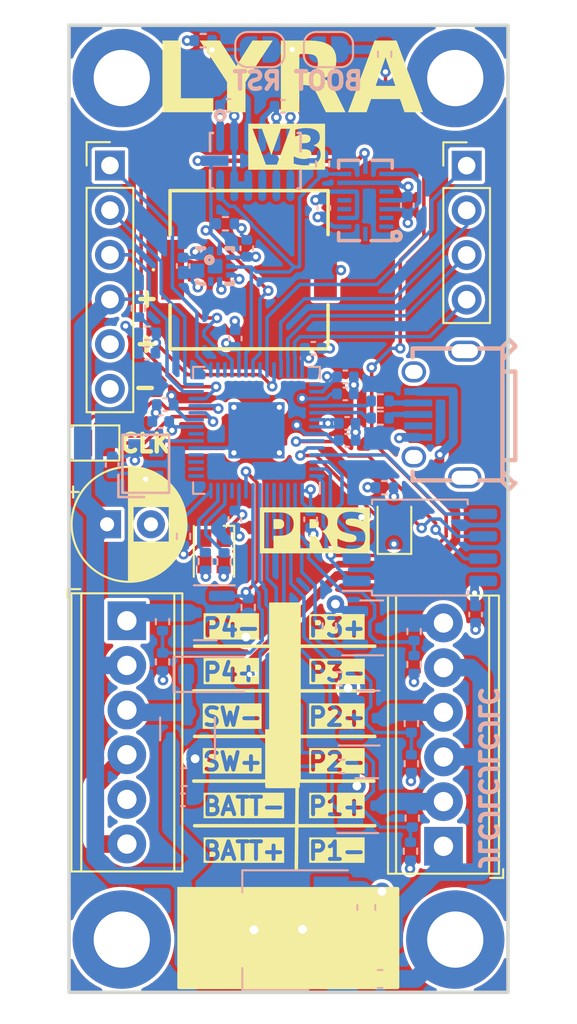
<source format=kicad_pcb>
(kicad_pcb (version 20221018) (generator pcbnew)
  (layers (0 "F.Cu" signal) (1 "In1.Cu" power) (2 "In2.Cu" power) (31 "B.Cu" signal) (34 "B.Paste" user) (35 "F.Paste" user) (36 "B.SilkS" user "B.Silkscreen") (37 "F.SilkS" user "F.Silkscreen") (38 "B.Mask" user) (39 "F.Mask" user) (44 "Edge.Cuts" user))
  (net 0 "")
  (net 1 "GND")
  (net 2 "+3V3")
  (net 3 "+1V1")
  (net 4 "+12P")
  (net 5 "+12V")
  (net 6 "+BATT")
  (net 7 "/BUZZER")
  (net 8 "VBUS")
  (net 10 "Net-(D2-A)")
  (net 11 "/P4-")
  (net 12 "/P3-")
  (net 13 "/P2-")
  (net 14 "/P1-")
  (net 15 "/RUN")
  (net 16 "/BOOTSEL")
  (net 17 "/SWCLK")
  (net 18 "/SWD")
  (net 19 "/BRKOUT5")
  (net 20 "/BRKOUT6")
  (net 21 "/BRKOUT7")
  (net 22 "/USB_D-")
  (net 23 "/USB_D+")
  (net 26 "/BRKOUT4")
  (net 27 "/BRKOUT3")
  (net 28 "/BRKOUT2")
  (net 29 "/BRKOUT1")
  (net 30 "/LEDBLUE")
  (net 31 "/LEDGREEN")
  (net 32 "/LEDRED")
  (net 33 "/P1 EN ")
  (net 34 "/P2 EN ")
  (net 35 "/P3 EN ")
  (net 36 "/P4 EN ")
  (net 37 "/BATT SENSE ")
  (net 38 "/P1 CONT ")
  (net 39 "/P3 CONT ")
  (net 40 "/RP USB_D+")
  (net 41 "/RP USB_D-")
  (net 42 "/P2 CONT ")
  (net 43 "/QSPI_SS")
  (net 44 "/P4 CONT ")
  (net 45 "/I2C1 SCL")
  (net 46 "/I2C1 SDA")
  (net 50 "/QSPI_SD1")
  (net 51 "/QSPI_SD2")
  (net 52 "/QSPI_SDO")
  (net 53 "/QSPI_SCLK")
  (net 54 "/QSPI_SD3")
  (net 55 "/XIN")
  (net 67 "Net-(D4-RK)")
  (net 68 "Net-(D4-GK)")
  (net 69 "Net-(D4-BK)")
  (footprint "LED_SMD:LED_0805_2012Metric" (layer "F.Cu") (at 202.1332 92.4052 90)
    (fp_text reference "D2" hide)
    (fp_text value "LED")
  )
  (footprint "MountingHole:MountingHole_3.2mm_M3_DIN965_Pad" (layer "F.Cu") (at 186.6 116.025)
    (fp_text reference "H3" hide)
    (fp_text value "MountingHole_Pad")
  )
  (footprint "Connector_PinHeader_2.54mm:PinHeader_1x04_P2.54mm_Vertical" (layer "F.Cu") (at 206.248 72.009)
    (fp_text reference "J8" hide)
    (fp_text value "Conn_01x04")
  )
  (footprint "SamacSys_Parts4:PKMCS0909E4000R1" (layer "F.Cu") (at 193.8528 77.9272)
    (fp_text reference "LS1" hide)
    (fp_text value "PKMCS0909E4000-R1" hide)
  )
  (footprint "MountingHole:MountingHole_3.2mm_M3_DIN965_Pad" (layer "F.Cu") (at 186.6 67.025)
    (fp_text reference "H1" hide)
    (fp_text value "MountingHole_Pad")
  )
  (footprint "MountingHole:MountingHole_3.2mm_M3_DIN965_Pad" (layer "F.Cu") (at 205.6 67.025)
    (fp_text reference "H2" hide)
    (fp_text value "MountingHole_Pad")
  )
  (footprint "customfootprints:LED_Cree-PLCC4_2x2mm_CCW" (layer "F.Cu") (at 191.855 93.9426 -90)
    (fp_text reference "D4" hide)
    (fp_text value "LED_ARGB")
  )
  (footprint "MountingHole:MountingHole_3.2mm_M3_DIN965_Pad" (layer "F.Cu") (at 205.6 116.025)
    (fp_text reference "H4" hide)
    (fp_text value "MountingHole_Pad")
  )
  (footprint "Capacitor_THT:CP_Radial_D6.3mm_P2.50mm" (layer "F.Cu") (at 185.7648 92.4052)
    (fp_text reference "C9" hide)
    (fp_text value "680uf")
  )
  (footprint "TerminalBlock_Phoenix:TerminalBlock_Phoenix_MPT-0,5-6-2.54_1x06_P2.54mm_Horizontal" (layer "F.Cu") (at 186.8932 97.8916 -90)
    (fp_text reference "J2" hide)
    (fp_text value "Screw_Terminal_01x06")
  )
  (footprint "TerminalBlock_Phoenix:TerminalBlock_Phoenix_MPT-0,5-6-2.54_1x06_P2.54mm_Horizontal" (layer "F.Cu") (at 204.9272 110.7186 90)
    (fp_text reference "J9" hide)
    (fp_text value "Screw_Terminal_01x06")
  )
  (footprint "Connector_PinHeader_2.54mm:PinHeader_1x06_P2.54mm_Vertical" (layer "F.Cu") (at 185.928 71.999)
    (fp_text reference "J6" hide)
    (fp_text value "Conn_01x06")
  )
  (footprint "Jumper:SolderJumper-2_P1.3mm_Open_Pad1.0x1.5mm" (layer "F.Cu") (at 185.0644 87.7824 180)
    (fp_text reference "J1" hide)
    (fp_text value "Conn_01x02")
  )
  (footprint "Capacitor_SMD:C_0402_1005Metric" (layer "B.Cu") (at 197.358 92.1258 -90)
    (fp_text reference "C22" hide)
    (fp_text value "100n")
  )
  (footprint "Resistor_SMD:R_0402_1005Metric" (layer "B.Cu") (at 201.3204 85.3948)
    (fp_text reference "R18" hide)
    (fp_text value "22R")
  )
  (footprint "Capacitor_SMD:C_0402_1005Metric" (layer "B.Cu") (at 192.6844 68.58)
    (fp_text reference "C11" hide)
    (fp_text value "100n")
  )
  (footprint "Resistor_SMD:R_0402_1005Metric" (layer "B.Cu") (at 198.4248 98.1964 -90)
    (fp_text reference "R17" hide)
    (fp_text value "1k")
  )
  (footprint "Resistor_SMD:R_0402_1005Metric" (layer "B.Cu") (at 192.5066 75.311 180)
    (fp_text reference "R6" hide)
    (fp_text value "2k2")
  )
  (footprint "Capacitor_SMD:C_0402_1005Metric" (layer "B.Cu") (at 195.7832 68.6308 180)
    (fp_text reference "C10" hide)
    (fp_text value "1u")
  )
  (footprint "Package_DFN_QFN:QFN-56-1EP_7x7mm_P0.4mm_EP3.2x3.2mm" (layer "B.Cu") (at 194.2761 87.0616 90)
    (fp_text reference "U8" hide)
    (fp_text value "RP2040")
  )
  (footprint "Package_TO_SOT_SMD:SOT-23" (layer "B.Cu") (at 200.6369 103.4288)
    (fp_text reference "Q2" hide)
    (fp_text value "AO3400A")
  )
  (footprint "Capacitor_SMD:C_0603_1608Metric" (layer "B.Cu") (at 190.1574 106.7816)
    (fp_text reference "C7" hide)
    (fp_text value "10u")
  )
  (footprint "easyeda2kicad:SENSORM-SMD_BMP388" (layer "B.Cu") (at 191.9224 77.724 180)
    (fp_text reference "U3" hide)
    (fp_text value "BMP388")
  )
  (footprint "Capacitor_SMD:C_0402_1005Metric" (layer "B.Cu") (at 199.4408 87.63)
    (fp_text reference "C17" hide)
    (fp_text value "100n")
  )
  (footprint "Package_TO_SOT_SMD:SOT-23" (layer "B.Cu") (at 190.3476 104.0384 90)
    (fp_text reference "Q1" hide)
    (fp_text value "AO3401A")
  )
  (footprint "easyeda2kicad:OSC-SMD_4P-L2.0-W1.6-BL" (layer "B.Cu") (at 187.9696 88.9652 90)
    (fp_text reference "X2" hide)
    (fp_text value "SX1M12.000M10F30TNN")
  )
  (footprint "Resistor_SMD:R_0402_1005Metric" (layer "B.Cu") (at 193.802 97.1296 90)
    (fp_text reference "R27" hide)
    (fp_text value "1k")
  )
  (footprint "Resistor_SMD:R_0402_1005Metric" (layer "B.Cu") (at 199.136 106.172 180)
    (fp_text reference "R16" hide)
    (fp_text value "1k")
  )
  (footprint "Package_SO:SOIC-8_5.23x5.23mm_P1.27mm" (layer "B.Cu") (at 203.581 93.726)
    (fp_text reference "U9" hide)
    (fp_text value "W25Q128JVS")
  )
  (footprint "Capacitor_SMD:C_0603_1608Metric" (layer "B.Cu") (at 200.532601 114.1984 90)
    (fp_text reference "C6" hide)
    (fp_text value "10u")
  )
  (footprint "Resistor_SMD:R_0402_1005Metric" (layer "B.Cu") (at 198.0438 71.9074 -90)
    (fp_text reference "R7" hide)
    (fp_text value "2k2")
  )
  (footprint "Capacitor_SMD:C_0402_1005Metric" (layer "B.Cu") (at 186.055 89.027 90)
    (fp_text reference "C13" hide)
    (fp_text value "100n")
  )
  (footprint "Capacitor_SMD:C_0402_1005Metric" (layer "B.Cu") (at 198.1138 74.4126 -90)
    (fp_text reference "C1" hide)
    (fp_text value "100n")
  )
  (footprint "Capacitor_SMD:C_0402_1005Metric" (layer "B.Cu") (at 197.5104 82.3976)
    (fp_text reference "C21" hide)
    (fp_text value "100n")
  )
  (footprint "Resistor_SMD:R_0402_1005Metric" (layer "B.Cu") (at 201.3204 86.36 180)
    (fp_text reference "R15" hide)
    (fp_text value "22R")
  )
  (footprint "Capacitor_SMD:C_0402_1005Metric" (layer "B.Cu") (at 193.7258 76.708 -90)
    (fp_text reference "C12" hide)
    (fp_text value "100n")
  )
  (footprint "Resistor_SMD:R_0402_1005Metric" (layer "B.Cu") (at 190.119 93.091 -90)
    (fp_text reference "R2" hide)
    (fp_text value "1k")
  )
  (footprint "Diode_SMD:D_SOD-123" (layer "B.Cu") (at 191.9224 100.9396)
    (fp_text reference "D1" hide)
    (fp_text value "D")
  )
  (footprint "Capacitor_SMD:C_0402_1005Metric" (layer "B.Cu") (at 202.867701 74.261601 90)
    (fp_text reference "C2" hide)
    (fp_text value "100n")
  )
  (footprint "Capacitor_SMD:C_0603_1608Metric" (layer "B.Cu") (at 201.3204 118.2624)
    (fp_text reference "C5" hide)
    (fp_text value "10u")
  )
  (footprint "Capacitor_SMD:C_0402_1005Metric" (layer "B.Cu") (at 190.1 77.716 -90)
    (fp_text reference "C4" hide)
    (fp_text value "100n")
  )
  (footprint "Resistor_SMD:R_0402_1005Metric" (layer "B.Cu") (at 191.3636 94.5154 -90)
    (fp_text reference "R22" hide)
    (fp_text value "1k")
  )
  (footprint "Capacitor_SMD:C_0402_1005Metric" (layer "B.Cu") (at 199.3392 84.0232)
    (fp_text reference "C19" hide)
    (fp_text value "1u")
  )
  (footprint "easyeda2kicad:MICRO-USB-SMD_U254-051T-4BHJ25-F2S" (layer "B.Cu") (at 204.6891 86.1568 -90)
    (fp_text reference "J7" hide)
    (fp_text value "USB_B_Micro")
  )
  (footprint "Capacitor_SMD:C_0402_1005Metric" (layer "B.Cu") (at 193.04 92.1004 -90)
    (fp_text reference "C23" hide)
    (fp_text value "100n")
  )
  (footprint "Resistor_SMD:R_0402_1005Metric" (layer "B.Cu") (at 191.239313 64.897)
    (fp_text reference "R1" hide)
    (fp_text value "5.1k")
  )
  (footprint "Package_TO_SOT_SMD:SOT-23" (layer "B.Cu") (at 200.5584 108.4072)
    (fp_text reference "Q3" hide)
    (fp_text value "AO3400A")
  )
  (footprint "Resistor_SMD:R_0402_1005Metric" (layer "B.Cu") (at 188.9252 100.2284 -90)
    (fp_text reference "R25" hide)
    (fp_text value "5.1k")
  )
  (footprint "Capacitor_SMD:C_0402_1005Metric" (layer "B.Cu") (at 199.4408 86.6648)
    (fp_text reference "C25" hide)
    (fp_text value "100n")
  )
  (footprint "Jumper:SolderJumper-2_P1.3mm_Open_RoundedPad1.0x1.5mm" (layer "B.Cu") (at 198.374 65.405)
    (fp_text reference "J4" hide)
    (fp_text value "Conn_01x02")
  )
  (footprint "Resistor_SMD:R_0402_1005Metric" (layer "B.Cu") (at 203.0476 110.998 -90)
    (fp_text reference "R12" hide)
    (fp_text value "5.1k")
  )
  (footprint "Resistor_SMD:R_0402_1005Metric" (layer "B.Cu") (at 203.1492 109.1184 -90)
    (fp_text reference "R10" hide)
    (fp_text value "15k")
  )
  (footprint "Resistor_SMD:R_0402_1005Metric" (layer "B.Cu") (at 203.0984 103.7356 -90)
    (fp_text reference "R21" hide)
    (fp_text value "15k")
  )
  (footprint "Resistor_SMD:R_0402_1005Metric" (layer "B.Cu") (at 201.5744 90.3224 180)
    (fp_text reference "R3" hide)
    (fp_text value "1k")
  )
  (footprint "Resistor_SMD:R_0402_1005Metric" (layer "B.Cu") (at 188.9232 97.9424 -90)
    (fp_text reference "R23" hide)
    (fp_text value "15k")
  )
  (footprint "easyeda2kicad:LGA-16_L4.5-W3.0-P0.50-BL" (layer "B.Cu") (at 200.476 73.9808 180)
    (fp_text reference "U2" hide)
    (fp_text value "BMI088")
  )
  (footprint "Resistor_SMD:R_0402_1005Metric" (layer "B.Cu") (at 203.0984 106.0196 -90)
    (fp_text reference "R24" hide)
    (fp_text value "5.1k")
  )
  (footprint "easyeda2kicad:LGA-14_L5.0-W3.0-P0.80-BL" (layer "B.Cu") (at 194.2084 71.7296)
    (fp_text reference "U4" hide)
    (fp_text value "ADXL375BCCZ-RL7")
  )
  (footprint "Jumper:SolderJumper-2_P1.3mm_Open_RoundedPad1.0x1.5mm" (layer "B.Cu") (at 194.466999 65.405)
    (fp_text reference "J3" hide)
    (fp_text value "Conn_01x02")
  )
  (footprint "Resistor_SMD:R_0402_1005Metric" (layer "B.Cu") (at 188.0616 81.534 180)
    (fp_text reference "R5" hide)
    (fp_text value "5.1k")
  )
  (footprint "Resistor_SMD:R_0402_1005Metric" (layer "B.Cu") (at 187.5536 80.1116 -90)
    (fp_text reference "R4" hide)
    (fp_text value "15k")
  )
  (footprint "Package_TO_SOT_SMD:SOT-223-3_TabPin2" (layer "B.Cu") (at 195.3768 115.4938 180)
    (fp_text reference "U5" hide)
    (fp_text value "AMS1117-3.3")
  )
  (footprint "Capacitor_SMD:C_0402_1005Metric" (layer "B.Cu") (at 190.091 108.077)
    (fp_text reference "C8" hide)
    (fp_text value "1u")
  )
  (footprint "Resistor_SMD:R_0402_1005Metric" (layer "B.Cu") (at 201.5744 65.6722 90)
    (fp_text reference "R14" hide)
    (fp_text value "1k")
  )
  (footprint "Package_TO_SOT_SMD:SOT-23" (layer "B.Cu") (at 191.3616 97.4344 180)
    (fp_text reference "Q5" hide)
    (fp_text value "AO3400A")
  )
  (footprint "Capacitor_SMD:C_0402_1005Metric" (layer "B.Cu") (at 188.0388 82.677 180)
    (fp_text reference "C3" hide)
    (fp_text value "100n")
  )
  (footprint "Capacitor_SMD:C_0402_1005Metric" (layer "B.Cu") (at 189.0776 85.598 180)
    (fp_text reference "C16" hide)
    (fp_text value "100n")
  )
  (footprint "Resistor_SMD:R_0402_1005Metric" (layer "B.Cu") (at 198.9836 101.1936 180)
    (fp_text reference "R26" hide)
    (fp_text value "1k")
  )
  (footprint "Capacitor_SMD:C_0402_1005Metric" (layer "B.Cu") (at 188.8236 86.5632 180)
    (fp_text reference "C24" hide)
    (fp_text value "100n")
  )
  (footprint "Package_TO_SOT_SMD:SOT-23" (layer "B.Cu") (at 200.8401 98.298)
    (fp_text reference "Q4" hide)
    (fp_text value "AO3400A")
  )
  (footprint "Resistor_SMD:R_0402_1005Metric" (layer "B.Cu") (at 192.4304 94.5388 -90)
    (fp_text reference "R28" hide)
    (fp_text value "1k")
  )
  (footprint "Capacitor_SMD:C_0402_1005Metric" (layer "B.Cu") (at 206.756 97.536 -90)
    (fp_text reference "C27" hide)
    (fp_text value "100n")
  )
  (footprint "Capacitor_SMD:C_0402_1005Metric" (layer "B.Cu") (at 199.3392 84.9884)
    (fp_text reference "C18" hide)
    (fp_text value "1u")
  )
  (footprint "Capacitor_SMD:C_0402_1005Metric" (layer "B.Cu") (at 193.0654 81.8388 90)
    (fp_text reference "C26" hide)
    (fp_text value "100n")
  )
  (footprint "Resistor_SMD:R_0402_1005Metric" (layer "B.Cu") (at 203.2508 100.3808 -90)
    (fp_text reference "R13" hide)
    (fp_text value "5.1k")
  )
  (footprint "Resistor_SMD:R_0402_1005Metric" (layer "B.Cu") (at 203.2508 98.5012 -90)
    (fp_text reference "R11" hide)
    (fp_text value "15k")
  )
  (gr_line (start 190.754 99.3394) (end 201.0156 99.3394) (stroke (width 0.2)) (layer "F.SilkS"))
  (gr_line (start 190.754 104.4702) (end 201.0156 104.4702) (stroke (width 0.2)) (layer "F.SilkS"))
  (gr_rect (start 189.865 113.1316) (end 202.311 118.745) (stroke (width 0.2)) (fill solid) (layer "F.SilkS"))
  (gr_line (start 190.754 109.5502) (end 201.0156 109.5502) (stroke (width 0.2)) (layer "F.SilkS"))
  (gr_rect (start 195.0974 96.9518) (end 196.6976 107.0102) (stroke (width 0.2)) (fill solid) (layer "F.SilkS"))
  (gr_line (start 190.7032 101.8794) (end 200.9648 101.8794) (stroke (width 0.2)) (layer "F.SilkS"))
  (gr_rect (start 194.8688 104.1654) (end 196.6468 107.315) (stroke (width 0.2)) (fill solid) (layer "F.SilkS"))
  (gr_line (start 196.5452 111.9886) (end 196.6468 101.879401) (stroke (width 0.2)) (layer "F.SilkS"))
  (gr_line (start 190.7032 107.0102) (end 200.9648 107.0102) (stroke (width 0.2)) (layer "F.SilkS"))
  (gr_rect (start 183.6 64.025) (end 208.6 119.025) (stroke (width 0.2)) (fill none) (layer "Edge.Cuts"))
  (gr_text "JLCJLCJLCJLC" (at 206.883 112.141 270) (layer "B.SilkS") (effects (font (size 1 1) (thickness 0.25) bold) (justify left bottom mirror)))
  (gr_text "BOOT\n" (at 200.4568 67.7672) (layer "B.SilkS") (effects (font (size 1 1) (thickness 0.25) bold) (justify left bottom mirror)))
  (gr_text "RST\n" (at 195.834 67.7672) (layer "B.SilkS") (effects (font (size 1 1) (thickness 0.25) bold) (justify left bottom mirror)))
  (gr_text "+" (at 187.2234 82.677) (layer "F.SilkS") (effects (font (size 1 1) (thickness 0.25) bold) (justify left bottom)))
  (gr_text "SW- \n" (at 191.1 103.9504) (layer "F.SilkS" knockout) (effects (font (size 1 1) (thickness 0.225) bold) (justify left bottom)))
  (gr_text "CLK" (at 186.3852 88.392) (layer "F.SilkS") (effects (font (size 1 1) (thickness 0.25) bold) (justify left bottom)))
  (gr_text "P2+\n" (at 200.6 103.9504) (layer "F.SilkS" knockout) (effects (font (size 1 1) (thickness 0.225) bold) (justify right bottom)))
  (gr_text "+" (at 187.2488 80.1116) (layer "F.SilkS") (effects (font (size 1 1) (thickness 0.25) bold) (justify left bottom)))
  (gr_text "BATT-\n" (at 191.1 109.0304) (layer "F.SilkS" knockout) (effects (font (size 1 1) (thickness 0.225) bold) (justify left bottom)))
  (gr_text "P2-\n" (at 200.6 106.4904) (layer "F.SilkS" knockout) (effects (font (size 1 1) (thickness 0.225) bold) (justify right bottom)))
  (gr_text "V3\n" (at 196.1 71.12) (layer "F.SilkS" knockout) (effects (font (size 2 2) (thickness 0.5) bold)))
  (gr_text "LYRA" (at 196.1 67.31) (layer "F.SilkS") (effects (font (size 4 4) (thickness 0.7) bold)))
  (gr_text "P4+" (at 191.1 101.4104) (layer "F.SilkS" knockout) (effects (font (size 1 1) (thickness 0.225) bold) (justify left bottom)))
  (gr_text "SW+\n" (at 191.1 106.4904) (layer "F.SilkS" knockout) (effects (font (size 1 1) (thickness 0.225) bold) (justify left bottom)))
  (gr_text "P3-\n" (at 200.6092 101.4104) (layer "F.SilkS" knockout) (effects (font (size 1 1) (thickness 0.225) bold) (justify right bottom)))
  (gr_text "-" (at 187.1472 85.1662) (layer "F.SilkS") (effects (font (size 1 1) (thickness 0.25) bold) (justify left bottom)))
  (gr_text "P4-" (at 191.1 98.8704) (layer "F.SilkS" knockout) (effects (font (size 1 1) (thickness 0.225) bold) (justify left bottom)))
  (gr_text "P3+\n" (at 200.6 98.8704) (layer "F.SilkS" knockout) (effects (font (size 1 1) (thickness 0.225) bold) (justify right bottom)))
  (gr_text "P1+\n" (at 200.6 109.0304) (layer "F.SilkS" knockout) (effects (font (size 1 1) (thickness 0.225) bold) (justify right bottom)))
  (gr_text "PRS" (at 194.4624 92.9386) (layer "F.SilkS" knockout) (effects (font (size 2 2) (thickness 0.5) bold) (justify left)))
  (gr_text "P1-\n" (at 200.6 111.5704) (layer "F.SilkS" knockout) (effects (font (size 1 1) (thickness 0.225) bold) (justify right bottom)))
  (gr_text "BATT+\n" (at 191.1 111.5704) (layer "F.SilkS" knockout) (effects (font (size 1 1) (thickness 0.225) bold) (justify left bottom)))
  (segment (start 199.0598 77.9272) (end 199.0852 77.9526) (width 0.5) (layer "F.Cu") (net 1))
  (segment (start 198.2028 77.9272) (end 199.0598 77.9272) (width 0.5) (layer "F.Cu") (net 1))
  (segment (start 202.1332 93.5048) (end 202.1078 93.5302) (width 0.2) (layer "F.Cu") (net 1))
  (segment (start 202.1332 93.3427) (end 202.1332 93.5048) (width 0.2) (layer "F.Cu") (net 1))
  (via (at 194.2338 77.1906) (size 0.6) (drill 0.3) (layers "F.Cu" "B.Cu") (net 1))
  (via (at 206.756 98.3996) (size 0.6) (drill 0.3) (layers "F.Cu" "B.Cu") (net 1))
  (via (at 193.0084 69.1896) (size 0.6) (drill 0.3) (layers "F.Cu" "B.Cu") (net 1))
  (via (at 193.294 78.4606) (size 0.6) (drill 0.3) (layers "F.Cu" "B.Cu") (net 1))
  (via (at 203.2508 101.3714) (size 0.6) (drill 0.3) (layers "F.Cu" "B.Cu") (net 1))
  (via (at 193.04 80.8482) (size 0.6) (drill 0.3) (layers "F.Cu" "B.Cu") (net 1))
  (via (at 192.9892 88.3412) (size 0.6) (drill 0.3) (layers "F.Cu" "B.Cu") (net 1))
  (via (at 199.995088 107.285509) (size 1) (drill 0.5) (layers "F.Cu" "B.Cu") (net 1))
  (via (at 202.4126 87.503) (size 0.6) (drill 0.3) (layers "F.Cu" "B.Cu") (net 1))
  (via (at 188.9506 101.2698) (size 0.6) (drill 0.3) (layers "F.Cu" "B.Cu") (net 1))
  (via (at 197.516317 92.952997) (size 0.6) (drill 0.3) (layers "F.Cu" "B.Cu") (net 1))
  (via (at 196.3166 65.405) (size 0.6) (drill 0.3) (layers "F.Cu" "B.Cu") (net 1))
  (via (at 202.1078 93.5302) (size 0.6) (drill 0.3) (layers "F.Cu" "B.Cu") (net 1))
  (via (at 199.4936 101.727) (size 1) (drill 0.5) (layers "F.Cu" "B.Cu") (net 1))
  (via (at 197.7644 74.93) (size 0.6) (drill 0.3) (layers "F.Cu" "B.Cu") (net 1))
  (via (at 198.4502 82.3976) (size 0.6) (drill 0.3) (layers "F.Cu" "B.Cu") (net 1))
  (via (at 195.58 88.3412) (size 0.6) (drill 0.3) (layers "F.Cu" "B.Cu") (net 1))
  (via (at 192.9892 85.7504) (size 0.6) (drill 0.3) (layers "F.Cu" "B.Cu") (net 1))
  (via (at 200.250427 92.000467) (size 0.7) (drill 0.35) (layers "F.Cu" "B.Cu") (net 1))
  (via (at 199.9208 87.1728) (size 0.6) (drill 0.3) (layers "F.Cu" "B.Cu") (net 1))
  (via (at 199.0852 77.9526) (size 0.6) (drill 0.3) (layers "F.Cu" "B.Cu") (net 1))
  (via (at 202.9206 73.2028) (size 0.6) (drill 0.3) (layers "F.Cu" "B.Cu") (net 1))
  (via (at 198.773441 96.939688) (size 1) (drill 0.5) (layers "F.Cu" "B.Cu") (net 1))
  (via (at 193.6761 98.817249) (size 1) (drill 0.5) (layers "F.Cu" "B.Cu") (net 1))
  (via (at 190.7794 105.7402) (size 1) (drill 0.5) (layers "F.Cu" "B.Cu") (net 1))
  (via (at 186.817002 81.127602) (size 0.6) (drill 0.3) (layers "F.Cu" "B.Cu") (net 1))
  (via (at 190.9318 78.9178) (size 0.6) (drill 0.3) (layers "F.Cu" "B.Cu") (net 1))
  (via (at 203.073 107.0102) (size 0.6) (drill 0.3) (layers "F.Cu" "B.Cu") (net 1))
  (via (at 195.4084 69.2658) (size 0.6) (drill 0.3) (layers "F.Cu" "B.Cu") (net 1))
  (via (at 195.58 85.7504) (size 0.6) (drill 0.3) (layers "F.Cu" "B.Cu") (net 1))
  (via (at 188.550347 86.0648) (size 0.6) (drill 0.3) (layers "F.Cu" "B.Cu") (net 1))
  (via (at 203.0222 111.9886) (size 0.6) (drill 0.3) (layers "F.Cu" "B.Cu") (net 1))
  (via (at 199.8192 84.4804) (size 0.6) (drill 0.3) (layers "F.Cu" "B.Cu") (net 1))
  (via (at 201.422 113.284) (size 1) (drill 0.5) (layers "F.Cu" "B.Cu") (net 1))
  (via (at 187.3504 88.773) (size 0.6) (drill 0.3) (layers "F.Cu" "B.Cu") (net 1))
  (via (at 193.304502 93.091) (size 0.6) (drill 0.3) (layers "F.Cu" "B.Cu") (net 1))
  (segment (start 203.0476 111.508) (end 203.0476 111.9632) (width 0.5) (layer "B.Cu") (net 1))
  (segment (start 199.6438 107.157208) (end 199.656 107.145008) (width 1) (layer "B.Cu") (net 1))
  (segment (start 192.731949 98.817249) (end 193.6761 98.817249) (width 1) (layer "B.Cu") (net 1))
  (segment (start 191.0524 77.724) (end 190.572 77.724) (width 0.2) (layer "B.Cu") (net 1))
  (segment (start 200.07096 91.821) (end 200.250427 92.000467) (width 0.2) (layer "B.Cu") (net 1))
  (segment (start 187.5516 81.534) (end 187.5516 82.5936) (width 0.5) (layer "B.Cu") (net 1))
  (segment (start 197.9904 82.3976) (end 198.4502 82.3976) (width 0.5) (layer "B.Cu") (net 1))
  (segment (start 187.2234 81.534) (end 186.817002 81.127602) (width 0.5) (layer "B.Cu") (net 1))
  (segment (start 201.676 73.9808) (end 202.668502 73.9808) (width 0.254) (layer "B.Cu") (net 1))
  (segment (start 193.0654 81.026) (end 193.04 81.0006) (width 0.5) (layer "B.Cu") (net 1))
  (segment (start 188.5976 85.598) (end 188.5976 86.3092) (width 0.2) (layer "B.Cu") (net 1))
  (segment (start 186.8878 88.547) (end 187.3696 88.0652) (width 0.2) (layer "B.Cu") (net 1))
  (segment (start 193.0654 81.3588) (end 193.0654 80.8736) (width 0.5) (layer "B.Cu") (net 1))
  (segment (start 201.2826 113.4234) (end 201.422 113.284) (width 1) (layer "B.Cu") (net 1))
  (segment (start 193.0104 70.3216) (end 193.0104 73.1376) (width 0.254) (layer "B.Cu") (net 1))
  (segment (start 199.276 72.9808) (end 201.676 72.9808) (width 0.254) (layer "B.Cu") (net 1))
  (segment (start 191.2976 104.9759) (end 190.7873 105.4862) (width 1) (layer "B.Cu") (net 1))
  (segment (start 195.4084 70.3196) (end 195.4084 68.736) (width 0.3) (layer "B.Cu") (net 1))
  (segment (start 190.627 78.196) (end 190.627 78.613) (width 0.2) (layer "B.Cu") (net 1))
  (segment (start 194.6084 70.3196) (end 194.6084 69.3256) (width 0.3) (layer "B.Cu") (net 1))
  (segment (start 203.0984 106.9848) (end 203.073 107.0102) (width 0.5) (layer "B.Cu") (net 1))
  (segment (start 192.7924 77.224) (end 193.6898 77.224) (width 0.2) (layer "B.Cu") (net 1))
  (segment (start 202.355 72.9808) (end 202.577 73.2028) (width 0.254) (layer "B.Cu") (net 1))
  (segment (start 199.6438 106.22) (end 199.6209 106.1971) (width 1) (layer "B.Cu") (net 1))
  (segment (start 200.303001 113.1938) (end 200.532601 113.4234) (width 1) (layer "B.Cu") (net 1))
  (segment (start 192.2991 98.3844) (end 192.731949 98.817249) (width 1) (layer "B.Cu") (net 1))
  (segment (start 203.4791 87.4568) (end 202.4588 87.4568) (width 0.5) (layer "B.Cu") (net 1))
  (segment (start 190.7873 105.4862) (end 190.7873 105.7323) (width 1) (layer "B.Cu") (net 1))
  (segment (start 198.5268 113.1938) (end 200.303001 113.1938) (width 1) (layer "B.Cu") (net 1))
  (segment (start 197.358 92.6058) (end 197.358 92.79468) (width 0.2) (layer "B.Cu") (net 1))
  (segment (start 199.4936 101.1936) (end 199.4936 102.273) (width 1) (layer "B.Cu") (net 1))
  (segment (start 188.5976 86.3092) (end 188.3436 86.5632) (width 0.2) (layer "B.Cu") (net 1))
  (segment (start 187.5516 82.5936) (end 187.5842 82.6262) (width 0.5) (layer "B.Cu") (net 1))
  (segment (start 206.756 98.016) (end 206.756 98.3996) (width 0.5) (layer "B.Cu") (net 1))
  (segment (start 190.627 78.196) (end 191.0244 78.196) (width 0.2) (layer "B.Cu") (net 1))
  (segment (start 199.4936 102.273) (end 199.6994 102.4788) (width 1) (layer "B.Cu") (net 1))
  (segment (start 190.627 78.613) (end 190.9318 78.9178) (width 0.2) (layer "B.Cu") (net 1))
  (segment (start 187.3696 88.0652) (end 187.3696 88.7538) (width 0.2) (layer "B.Cu") (net 1))
  (segment (start 193.6898 77.224) (end 193.7258 77.188) (width 0.2) (layer "B.Cu") (net 1))
  (segment (start 199.9208 86.6648) (end 199.9208 87.63) (width 0.5) (layer "B.Cu") (net 1))
  (segment (start 197.7644 74.93) (end 198.702 75.4808) (width 0.254) (layer "B.Cu") (net 1))
  (segment (start 195.116999 65.405) (end 197.724 65.405) (width 0.5) (layer "B.Cu") (net 1))
  (segment (start 201.676 72.9808) (end 202.355 72.9808) (width 0.254) (layer "B.Cu") (net 1))
  (segment (start 199.656 106.31658) (end 199.6438 106.30438) (width 1) (layer "B.Cu") (net 1))
  (segment (start 199.6438 107.4343) (end 199.6438 107.157208) (width 1) (layer "B.Cu") (net 1))
  (segment (start 199.8192 84.0232) (end 199.8192 84.9884) (width 0.5) (layer "B.Cu") (net 1))
  (segment (start 202.668502 73.9808) (end 202.867701 73.781601) (width 0.254) (layer "B.Cu") (net 1))
  (segment (start 190.7873 105.4862) (end 190.7968 105.4957) (width 1) (layer "B.Cu") (net 1))
  (segment (start 193.0104 73.1376) (end 193.0084 73.1396) (width 0.254) (layer "B.Cu") (net 1))
  (segment (start 200.532601 113.4234) (end 201.2826 113.4234) (width 1) (layer "B.Cu") (net 1))
  (segment (start 187.3696 88.7538) (end 187.3504 88.773) (width 0.2) (layer "B.Cu") (net 1))
  (segment (start 193.0084 70.3196) (end 193.0084 68.736) (width 0.254) (layer "B.Cu") (net 1))
  (segment (start 202.577 73.2028) (end 202.9206 73.2028) (width 0.254) (layer "B.Cu") (net 1))
  (segment (start 194.2312 77.188) (end 194.2338 77.1906) (width 0.2) (layer "B.Cu") (net 1))
  (segment (start 190.572 77.724) (end 190.1 78.196) (width 0.2) (layer "B.Cu") (net 1))
  (segment (start 190.7968 105.4957) (end 190.7968 107.8512) (width 1) (layer "B.Cu") (net 1))
  (segment (start 203.0476 111.9632) (end 203.0222 111.9886) (width 0.5) (layer "B.Cu") (net 1))
  (segment (start 199.6438 106.30438) (end 199.6438 106.22) (width 1) (layer "B.Cu") (net 1))
  (segment (start 195.4084 68.736) (end 195.3032 68.6308) (width 0.3) (layer "B.Cu") (net 1))
  (segment (start 192.7924 78.224) (end 193.0574 78.224) (width 0.2) (layer "B.Cu") (net 1))
  (segment (start 188.9252 101.2444) (end 188.9506 101.2698) (width 0.2) (layer "B.Cu") (net 1))
  (segment (start 192.7096 88.0616) (end 192.9892 88.3412) (width 0.2) (layer "B.Cu") (net 1))
  (segment (start 191.0244 78.196) (end 191.0524 78.224) (width 0.2) (layer "B.Cu") (net 1))
  (segment (start 199.6209 107.4572) (end 199.6438 107.4343) (width 1) (layer "B.Cu") (net 1))
  (segment (start 198.1138 74.8926) (end 197.7644 74.93) (width 0.254) (layer "B.Cu") (net 1))
  (segment (start 186.055 88.547) (end 186.8878 88.547) (width 0.2) (layer "B.Cu") (net 1))
  (segment (start 202.9206 73.2028) (end 202.9206 73.5464) (width 0.254) (layer "B.Cu") (net 1))
  (segment (start 193.802 98.691349) (end 193.6761 98.817249) (width 1) (layer "B.Cu") (net 1))
  (segment (start 198.702 75.4808) (end 199.276 75.4808) (width 0.254) (layer "B.Cu") (net 1))
  (segment (start 203.3626 118.2624) (end 205.6 116.025) (width 1) (layer "B.Cu") (net 1))
  (segment (start 193.0574 78.224) (end 193.294 78.4606) (width 0.2) (layer "B.Cu") (net 1))
  (segment (start 193.04 92.826498) (end 193.304502 93.091) (width 0.2) (layer "B.Cu") (net 1))
  (segment (start 193.0084 68.736) (end 193.1644 68.58) (width 0.254) (layer "B.Cu") (net 1))
  (segment (start 187.5516 81.534) (end 187.2234 81.534) (width 0.5) (layer "B.Cu") (net 1))
  (segment (start 202.4588 87.4568) (end 202.4126 87.503) (width 0.5) (layer "B.Cu") (net 1))
  (segment (start 198.7632 96.949929) (end 198.773441 96.939688) (width 0.2) (layer "B.Cu") (net 1))
  (segment (start 203.2508 100.8908) (end 203.2508 101.3714) (width 0.5) (layer "B.Cu") (net 1))
  (segment (start 203.0984 106.5296) (end 203.0984 106.9848) (width 0.5) (layer "B.Cu") (net 1))
  (segment (start 194.6084 69.3256) (end 195.3032 68.6308) (width 0.3) (layer "B.Cu") (net 1))
  (segment (start 193.7258 77.188) (end 194.2312 77.188) (width 0.2) (layer "B.Cu") (net 1))
  (segment (start 191.0524 77.724) (end 191.0524 78.224) (width 0.2) (layer "B.Cu") (net 1))
  (segment (start 190.8386 88.0616) (end 192.7096 88.0616) (width 0.2) (layer "B.Cu") (net 1))
  (segment (start 188.9252 100.7384) (end 188.9252 101.2444) (width 0.2) (layer "B.Cu") (net 1))
  (segment (start 193.802 97.6396) (end 193.802 98.691349) (width 1) (layer "B.Cu") (net 1))
  (segment (start 198.7632 97.348) (end 198.7632 96.949929) (width 0.2) (layer "B.Cu") (net 1))
  (segment (start 199.9026 97.348) (end 198.7632 97.348) (width 0.2) (layer "B.Cu") (net 1))
  (segment (start 193.04 92.5804) (end 193.04 92.826498) (width 0.2) (layer "B.Cu") (net 1))
  (segment (start 193.0084 70.3196) (end 193.0104 70.3216) (width 0.254) (layer "B.Cu") (net 1))
  (segment (start 193.0084 73.1396) (end 193.8084 73.1396) (width 0.5) (layer "B.Cu") (net 1))
  (segment (start 202.867701 73.493501) (end 202.867701 73.781601) (width 0.254) (layer "B.Cu") (net 1))
  (segment (start 202.0954 118.2624) (end 203.3626 118.2624) (width 1) (layer "B.Cu") (net 1))
  (segment (start 198.7632 97.348) (end 198.4248 97.6864) (width 0.2) (layer "B.Cu") (net 1))
  (segment (start 197.358 92.79468) (end 197.516317 92.952997) (width 0.2) (layer "B.Cu") (net 1))
  (segment (start 190.7873 105.7323) (end 190.7794 105.7402) (width 1) (layer "B.Cu") (net 1))
  (segment (start 190.1 78.196) (end 190.627 78.196) (width 0.2) (layer "B.Cu") (net 1))
  (segment (start 199.656 107.145008) (end 199.656 106.31658) (width 1) (layer "B.Cu") (net 1))
  (segment (start 202.9206 73.5464) (end 202.867701 73.493501) (width 0.254) (layer "B.Cu") (net 1))
  (segment (start 192.405 93.1926) (end 192.405 92.909476) (width 0.2) (layer "F.Cu") (net 2))
  (segment (start 192.405 92.909476) (end 193.461883 91.852593) (width 0.2) (layer "F.Cu") (net 2))
  (via (at 194.1322 115.4684) (size 1) (drill 0.5) (layers "F.Cu" "B.Cu") (net 2))
  (via (at 193.421 75.5746) (size 0.6) (drill 0.3) (layers "F.Cu" "B.Cu") (net 2))
  (via (at 202.8952 75.2602) (size 0.6) (drill 0.3) (layers "F.Cu" "B.Cu") (net 2))
  (via (at 192.2044 69.2404) (size 0.6) (drill 0.3) (layers "F.Cu" "B.Cu") (net 2))
  (via (at 187.96 89.8398) (size 0.6) (drill 0.3) (layers "F.Cu" "B.Cu") (net 2))
  (via (at 190.3222 64.897) (size 0.6) (drill 0.3) (layers "F.Cu" "B.Cu") (net 2))
  (via (at 198.3486 86.6648) (size 0.6) (drill 0.3) (layers "F.Cu" "B.Cu") (net 2))
  (via (at 200.6092 90.297) (size 0.6) (drill 0.3) (layers "F.Cu" "B.Cu") (net 2))
  (via (at 196.9008 115.443) (size 1) (drill 0.5) (layers "F.Cu" "B.Cu") (net 2))
  (via (at 189.46171 87.0616) (size 0.6) (drill 0.3) (layers "F.Cu" "B.Cu") (net 2))
  (via (at 197.2564 82.9564) (size 0.6) (drill 0.3) (layers "F.Cu" "B.Cu") (net 2))
  (via (at 196.2084 69.2404) (size 0.6) (drill 0.3) (layers "F.Cu" "B.Cu") (net 2))
  (via (at 190.7794 76.911298) (size 0.6) (drill 0.3) (layers "F.Cu" "B.Cu") (net 2))
  (via (at 197.358 90.424) (size 0.6) (drill 0.3) (layers "F.Cu" "B.Cu") (net 2))
  (via (at 206.6984 96.3168) (size 0.6) (drill 0.3) (layers "F.Cu" "B.Cu") (net 2))
  (via (at 197.6374 73.9648) (size 0.6) (drill 0.3) (layers "F.Cu" "B.Cu") (net 2))
  (via (at 192.275024 79.055266) (size 0.6) (drill 0.3) (layers "F.Cu" "B.Cu") (net 2))
  (via (at 192.557399 82.118199) (size 0.6) (drill 0.3) (layers "F.Cu" "B.Cu") (net 2))
  (via (at 198.2978 83.9978) (size 0.6) (drill 0.3) (layers "F.Cu" "B.Cu") (net 2))
  (via (at 193.461883 91.852593) (size 0.6) (drill 0.3) (layers "F.Cu" "B.Cu") (net 2))
  (segment (start 198.4208 84.4616) (end 198.2978 84.3386) (width 0.2) (layer "B.Cu") (net 2))
  (segment (start 198.0208 84.8616) (end 198.4208 84.4616) (width 0.2) (layer "B.Cu") (net 2))
  (segment (start 193.04 91.6204) (end 193.2761 91.3843) (width 0.2) (layer "B.Cu") (net 2))
  (segment (start 187.0114 89.507) (end 187.3696 89.8652) (width 0.2) (layer "B.Cu") (net 2))
  (segment (start 197.0304 82.3976) (end 197.0304 82.7304) (width 0.2) (layer "B.Cu") (net 2))
  (segment (start 189.3036 86.5632) (end 189.46171 86.72131) (width 0.2) (layer "B.Cu") (net 2))
  (segment (start 192.1724 78.594) (end 192.1724 78.952642) (width 0.3) (layer "B.Cu") (net 2))
  (segment (start 197.7136 84.4616) (end 198.4208 84.4616) (width 0.2) (layer "B.Cu") (net 2))
  (segment (start 203.5476 74.07214) (end 202.878139 74.741601) (width 0.254) (layer "B.Cu") (net 2))
  (segment (start 198.5518 86.4616) (end 198.3486 86.6648) (width 0.2) (layer "B.Cu") (net 2))
  (segment (start 197.0304 82.7304) (end 197.2564 82.9564) (width 0.2) (layer "B.Cu") (net 2))
  (segment (start 198.1138 73.9326) (end 197.6696 73.9326) (width 0.254) (layer "B.Cu") (net 2))
  (segment (start 193.507366 67.92) (end 192.821435 67.92) (width 0.3) (layer "B.Cu") (net 2))
  (segment (start 203.085312 72.4808) (end 203.5476 72.943088) (width 0.254) (layer "B.Cu") (net 2))
  (segment (start 196.2084 70.3196) (end 196.2084 71.4296) (width 0.3) (layer "B.Cu") (net 2))
  (segment (start 199.276 74.9808) (end 199.955 74.9808) (width 0.254) (layer "B.Cu") (net 2))
  (segment (start 191.6724 76.854) (end 191.4224 76.854) (width 0.3) (layer "B.Cu") (net 2))
  (segment (start 190.7794 77.224) (end 190.7794 76.911298) (width 0.2) (layer "B.Cu") (net 2))
  (segment (start 198.4208 84.4616) (end 198.8592 84.0232) (width 0.2) (layer "B.Cu") (net 2))
  (segment (start 197.7136 86.8616) (end 198.764 86.8616) (width 0.2) (layer "B.Cu") (net 2))
  (segment (start 193.7258 76.228) (end 193.421 75.9232) (width 0.2) (layer "B.Cu") (net 2))
  (segment (start 206.6984 96.9984) (end 206.756 97.056) (width 0.5) (layer "B.Cu") (net 2))
  (segment (start 193.2761 91.3843) (end 193.2761 90.4991) (width 0.2) (layer "B.Cu") (net 2))
  (segment (start 192.2044 70.3156) (end 192.2084 70.3196) (width 0.3) (layer "B.Cu") (net 2))
  (segment (start 189.3036 86.5632) (end 189.602 86.8616) (width 0.2) (layer "B.Cu") (net 2))
  (segment (start 189.602 86.8616) (end 190.8386 86.8616) (width 0.2) (layer "B.Cu") (net 2))
  (segment (start 190.112 77.224) (end 190.1 77.236) (width 0.2) (layer "B.Cu") (net 2))
  (segment (start 197.2829 90.4991) (end 197.358 90.424) (width 0.2) (layer "B.Cu") (net 2))
  (segment (start 202.878139 74.741601) (end 202.867701 74.741601) (width 0.254) (layer "B.Cu") (net 2))
  (segment (start 186.055 89.507) (end 187.0114 89.507) (width 0.2) (layer "B.Cu") (net 2))
  (segment (start 202.867701 74.741601) (end 202.867701 75.232701) (width 0.254) (layer "B.Cu") (net 2))
  (segment (start 196.8761 83.6241) (end 196.8761 82.5519) (width 0.2) (layer "B.Cu") (net 2))
  (segment (start 199.955 73.4808) (end 199.276 73.4808) (width 0.254) (layer "B.Cu") (net 2))
  (segment (start 192.821435 67.92) (end 192.2044 68.537035) (width 0.3) (layer "B.Cu") (net 2))
  (segment (start 196.8761 90.4991) (end 197.2829 90.4991) (width 0.2) (layer "B.Cu") (net 2))
  (segment (start 198.7576 86.4616) (end 198.5518 86.4616) (width 0.2) (layer "B.Cu") (net 2))
  (segment (start 201.676 74.4808) (end 202.6069 74.4808) (width 0.254) (layer "B.Cu") (net 2))
  (segment (start 198.9608 86.6648) (end 198.7576 86.4616) (width 0.2) (layer "B.Cu") (net 2))
  (segment (start 200.003 73.5288) (end 199.955 73.4808) (width 0.254) (layer "B.Cu") (net 2))
  (segment (start 198.2978 84.3386) (end 198.2978 83.9978) (width 0.2) (layer "B.Cu") (net 2))
  (segment (start 193.8084 70.3196) (end 193.8084 68.221035) (width 0.3) (layer "B.Cu") (net 2))
  (segment (start 189.46171 86.72131) (end 189.46171 87.0616) (width 0.2) (layer "B.Cu") (net 2))
  (segment (start 193.0654 82.3188) (end 192.758 82.3188) (width 0.2) (layer "B.Cu") (net 2))
  (segment (start 197.7136 86.4616) (end 198.1454 86.4616) (width 0.2) (layer "B.Cu") (net 2))
  (segment (start 192.1724 78.952642) (end 192.275024 79.055266) (width 0.3) (layer "B.Cu") (net 2))
  (segment (start 192.758 82.3188) (end 192.557399 82.118199) (width 0.2) (layer "B.Cu") (net 2))
  (segment (start 200.6346 90.3224) (end 200.6092 90.297) (width 0.2) (layer "B.Cu") (net 2))
  (segment (start 196.5084 71.7296) (end 197.7116 71.7296) (width 0.3) (layer "B.Cu") (net 2))
  (segment (start 202.867701 75.232701) (end 202.8952 75.2602) (width 0.254) (layer "B.Cu") (net 2))
  (segment (start 201.0644 90.3224) (end 200.6346 90.3224) (width 0.2) (layer "B.Cu") (net 2))
  (segment (start 206.6984 95.631) (end 206.6984 96.9984) (width 0.5) (layer "B.Cu") (net 2))
  (segment (start 196.2084 68.6856) (end 196.2632 68.6308) (width 0.3) (layer "B.Cu") (net 2))
  (segment (start 191.4224 76.854) (end 191.0524 77.224) (width 0.3) (layer "B.Cu") (net 2))
  (segment (start 190.7794 77.224) (end 190.112 77.224) (width 0.2) (layer "B.Cu") (net 2))
  (segment (start 198.764 86.8616) (end 198.9608 86.6648) (width 0.2) (layer "B.Cu") (net 2))
  (segment (start 196.2084 71.4296) (end 196.5084 71.7296) (width 0.3) (layer "B.Cu") (net 2))
  (segment (start 196.8761 82.5519) (end 197.0304 82.3976) (width 0.2) (layer "B.Cu") (net 2))
  (segment (start 198.1454 86.4616) (end 198.3486 86.6648) (width 0.2) (layer "B.Cu") (net 2))
  (segment (start 196.8761 91.1639) (end 197.358 91.6458) (width 0.2) (layer "B.Cu") (net 2))
  (segment (start 199.276 73.4808) (end 198.1214 73.4808) (width 0.254) (layer "B.Cu") (net 2))
  (segment (start 199.955 74.9808) (end 200.003 74.9328) (width 0.254) (layer "B.Cu") (net 2))
  (segment (start 197.7116 71.7296) (end 198.0438 71.3974) (width 0.3) (layer "B.Cu") (net 2))
  (segment (start 193.8084 68.221035) (end 193.507366 67.92) (width 0.3) (layer "B.Cu") (net 2))
  (segment (start 190.729313 64.897) (end 190.3222 64.897) (width 0.2) (layer "B.Cu") (net 2))
  (segment (start 196.8761 90.4991) (end 196.8761 91.1639) (width 0.2) (layer "B.Cu") (net 2))
  (segment (start 200.003 74.9328) (end 200.003 73.5288) (width 0.254) (layer "B.Cu") (net 2))
  (segment (start 193.421 75.9232) (end 193.421 75.5746) (width 0.2) (layer "B.Cu") (net 2))
  (segment (start 202.6069 74.4808) (end 202.867701 74.741601) (width 0.254) (layer "B.Cu") (net 2))
  (segment (start 201.676 72.4808) (end 203.085312 72.4808) (width 0.254) (layer "B.Cu") (net 2))
  (segment (start 196.2084 70.3196) (end 196.2084 68.6856) (width 0.3) (layer "B.Cu") (net 2))
  (segment (start 198.1214 73.4808) (end 197.6374 73.9648) (width 0.254) (layer "B.Cu") (net 2))
  (segment (start 197.358 91.6458) (end 197.358 90.424) (width 0.2) (layer "B.Cu") (net 2))
  (segment (start 192.2044 68.537035) (end 192.2044 68.58) (width 0.3) (layer "B.Cu") (net 2))
  (segment (start 193.2761 82.4891) (end 193.2761 83.6241) (width 0.2) (layer "B.Cu") (net 2))
  (segment (start 197.7136 84.8616) (end 198.0208 84.8616) (width 0.2) (layer "B.Cu") (net 2))
  (segment (start 191.0524 77.224) (end 190.7794 77.224) (width 0.2) (layer "B.Cu") (net 2))
  (segment (start 193.22969 91.6204) (end 193.461883 91.852593) (width 0.2) (layer "B.Cu") (net 2))
  (segment (start 193.04 91.6204) (end 193.22969 91.6204) (width 0.2) (layer "B.Cu") (net 2))
  (segment (start 197.6696 73.9326) (end 197.6374 73.9648) (width 0.254) (layer "B.Cu") (net 2))
  (segment (start 192.2044 68.58) (end 192.2044 70.3156) (width 0.3) (layer "B.Cu") (net 2))
  (segment (start 203.5476 72.943088) (end 203.5476 74.07214) (width 0.254) (layer "B.Cu") (net 2))
  (via (at 189.4332 85.09) (size 0.6) (drill 0.3) (layers "F.Cu" "B.Cu") (net 3))
  (via (at 196.5706 86.7664) (size 0.6) (drill 0.3) (layers "F.Cu" "B.Cu") (net 3))
  (via (at 196.8754 85.2424) (size 0.6) (drill 0.3) (layers "F.Cu" "B.Cu") (net 3))
  (segment (start 197.7136 85.2616) (end 198.246074 85.2616) (width 0.2) (layer "B.Cu") (net 3))
  (segment (start 197.0658 87.2616) (end 196.5706 86.7664) (width 0.2) (layer "B.Cu") (net 3))
  (segment (start 197.7136 87.2616) (end 197.0658 87.2616) (width 0.2) (layer "B.Cu") (net 3))
  (segment (start 197.7136 87.2616) (end 198.246075 87.2616) (width 0.2) (layer "B.Cu") (net 3))
  (segment (start 190.306125 86.4616) (end 190.8386 86.4616) (width 0.2) (layer "B.Cu") (net 3))
  (segment (start 198.519274 84.9884) (end 198.8592 84.9884) (width 0.2) (layer "B.Cu") (net 3))
  (segment (start 196.8946 85.2616) (end 196.8754 85.2424) (width 0.2) (layer "B.Cu") (net 3))
  (segment (start 197.7136 85.2616) (end 196.8946 85.2616) (width 0.2) (layer "B.Cu") (net 3))
  (segment (start 189.5576 85.713075) (end 190.306125 86.4616) (width 0.2) (layer "B.Cu") (net 3))
  (segment (start 189.5576 85.598) (end 189.5576 85.713075) (width 0.2) (layer "B.Cu") (net 3))
  (segment (start 198.614475 87.63) (end 198.9608 87.63) (width 0.2) (layer "B.Cu") (net 3))
  (segment (start 198.246074 85.2616) (end 198.519274 84.9884) (width 0.2) (layer "B.Cu") (net 3))
  (segment (start 189.5576 85.598) (end 189.5576 85.2144) (width 0.2) (layer "B.Cu") (net 3))
  (segment (start 189.5576 85.2144) (end 189.4332 85.09) (width 0.2) (layer "B.Cu") (net 3))
  (segment (start 198.246075 87.2616) (end 198.614475 87.63) (width 0.2) (layer "B.Cu") (net 3))
  (segment (start 207.0862 101.161966) (end 206.482834 100.5586) (width 1) (layer "B.Cu") (net 4))
  (segment (start 200.5268 117.7938) (end 202.12 116.2006) (width 1) (layer "B.Cu") (net 4))
  (segment (start 185.0932 100.6348) (end 185.0932 111.337185) (width 1) (layer "B.Cu") (net 4))
  (segment (start 190.1 112.9314) (end 190.1 117.2614) (width 1) (layer "B.Cu") (net 4))
  (segment (start 190.1478 112.3916) (end 191.1223 111.4171) (width 1) (layer "B.Cu") (net 4))
  (segment (start 186.147615 112.3916) (end 189.5602 112.3916) (width 1) (layer "B.Cu") (net 4))
  (segment (start 207.0862 105.8672) (end 207.0862 101.161966) (width 1) (layer "B.Cu") (net 4))
  (segment (start 189.3976 109.6924) (end 191.1223 111.4171) (width 1) (layer "B.Cu") (net 4))
  (segment (start 206.482834 100.5586) (end 204.9272 100.5586) (width 1) (layer "B.Cu") (net 4))
  (segment (start 184.378 91.0184) (end 184.378 81.169) (width 1) (layer "B.Cu") (net 4))
  (segment (start 186.8932 100.4316) (end 185.2964 100.4316) (width 1) (layer "B.Cu") (net 4))
  (segment (start 184.378 81.169) (end 185.928 79.619) (width 1) (layer "B.Cu") (net 4))
  (segment (start 204.9272 105.6386) (end 206.8576 105.6386) (width 1) (layer "B.Cu") (net 4))
  (segment (start 185.7648 92.4052) (end 184.378 91.0184) (width 1) (layer "B.Cu") (net 4))
  (segment (start 198.5268 117.7938) (end 200.5268 117.7938) (width 1) (layer "B.Cu") (net 4))
  (segment (start 185.9454 79.6016) (end 185.928 79.619) (width 0.2) (layer "B.Cu") (net 4))
  (segment (start 185.2964 100.4316) (end 185.0932 100.6348) (width 1) (layer "B.Cu") (net 4))
  (segment (start 202.12 116.2006) (end 202.12 114.583536) (width 1) (layer "B.Cu") (net 4))
  (segment (start 189.5602 112.3916) (end 190.1 112.9314) (width 1) (layer "B.Cu") (net 4))
  (segment (start 187.5536 79.6016) (end 185.9454 79.6016) (width 0.2) (layer "B.Cu") (net 4))
  (segment (start 190.1 117.2614) (end 190.9324 118.0938) (width 1) (layer "B.Cu") (net 4))
  (segment (start 185.0932 91.7336) (end 185.0932 93.5736) (width 1) (layer "B.Cu") (net 4))
  (segment (start 185.0932 111.337185) (end 186.147615 112.3916) (width 1) (layer "B.Cu") (net 4))
  (segment (start 185.0932 93.5736) (end 185.0932 100.6348) (width 1) (layer "B.Cu") (net 4))
  (segment (start 185.0932 93.0768) (end 185.0932 93.5736) (width 1) (layer "B.Cu") (net 4))
  (segment (start 184.378 91.0184) (end 185.0932 91.7336) (width 1) (layer "B.Cu") (net 4))
  (segment (start 198.2268 118.0938) (end 198.5268 117.7938) (width 1) (layer "B.Cu") (net 4))
  (segment (start 202.12 114.583536) (end 204.511736 112.1918) (width 1) (layer "B.Cu") (net 4))
  (segment (start 204.511736 112.1918) (end 207.0862 112.1918) (width 1) (layer "B.Cu") (net 4))
  (segment (start 206.8576 105.6386) (end 207.0862 105.8672) (width 1) (layer "B.Cu") (net 4))
  (segment (start 189.3976 104.9759) (end 189.3976 109.6924) (width 1) (layer "B.Cu") (net 4))
  (segment (start 190.9324 118.0938) (end 198.2268 118.0938) (width 1) (layer "B.Cu") (net 4))
  (segment (start 207.0862 112.1918) (end 207.0862 105.8672) (width 1) (layer "B.Cu") (net 4))
  (segment (start 189.5602 112.3916) (end 190.1478 112.3916) (width 1) (layer "B.Cu") (net 4))
  (segment (start 185.7648 92.4052) (end 185.0932 93.0768) (width 1) (layer "B.Cu") (net 4))
  (segment (start 187.0225 103.1009) (end 186.8932 102.9716) (width 1) (layer "B.Cu") (net 5))
  (segment (start 190.3644 101.092) (end 190.3644 103.0841) (width 0.5) (layer "B.Cu") (net 5))
  (segment (start 190.3476 103.1009) (end 187.0225 103.1009) (width 1) (layer "B.Cu") (net 5))
  (segment (start 190.3644 103.0841) (end 190.3476 103.1009) (width 0.5) (layer "B.Cu") (net 5))
  (segment (start 185.337566 110.5916) (end 185.0932 110.347234) (width 1) (layer "F.Cu") (net 6))
  (segment (start 186.887615 105.5116) (end 186.8932 105.5116) (width 1) (layer "F.Cu") (net 6))
  (segment (start 185.0932 107.306015) (end 186.887615 105.5116) (width 1) (layer "F.Cu") (net 6))
  (segment (start 185.0932 110.347234) (end 185.0932 107.306015) (width 1) (layer "F.Cu") (net 6))
  (segment (start 186.8932 110.5916) (end 185.337566 110.5916) (width 1) (layer "F.Cu") (net 6))
  (segment (start 191.196 80.6704) (end 192.024 80.6704) (width 0.2) (layer "F.Cu") (net 7))
  (segment (start 189.5028 78.9772) (end 191.196 80.6704) (width 0.2) (layer "F.Cu") (net 7))
  (segment (start 189.5028 77.9272) (end 189.5028 78.9772) (width 0.2) (layer "F.Cu") (net 7))
  (via (at 192.024 80.6704) (size 0.6) (drill 0.3) (layers "F.Cu" "B.Cu") (net 7))
  (segment (start 192.8761 83.6241) (end 192.8761 83.081762) (width 0.2) (layer "B.Cu") (net 7))
  (segment (start 192.8761 83.081762) (end 192.537938 82.7436) (width 0.2) (layer "B.Cu") (net 7))
  (segment (start 191.281 81.690329) (end 191.281 81.413401) (width 0.2) (layer "B.Cu") (net 7))
  (segment (start 191.281 81.413401) (end 192.024 80.6704) (width 0.2) (layer "B.Cu") (net 7))
  (segment (start 192.537938 82.7436) (end 192.334271 82.7436) (width 0.2) (layer "B.Cu") (net 7))
  (segment (start 192.334271 82.7436) (end 191.281 81.690329) (width 0.2) (layer "B.Cu") (net 7))
  (segment (start 204.724 88.4428) (end 204.724 88.77129) (width 0.5) (layer "F.Cu") (net 8))
  (segment (start 205.6296 91.659801) (end 205.6296 93.318817) (width 0.5) (layer "F.Cu") (net 8))
  (segment (start 204.724 88.77129) (end 204.3391 89.15619) (width 0.5) (layer "F.Cu") (net 8))
  (segment (start 193.8761 100.30056) (end 193.8761 100.9396) (width 0.5) (layer "F.Cu") (net 8))
  (segment (start 204.3391 89.15619) (end 204.3391 90.369301) (width 0.5) (layer "F.Cu") (net 8))
  (segment (start 203.631017 95.3174) (end 198.85926 95.3174) (width 0.5) (layer "F.Cu") (net 8))
  (segment (start 205.6296 93.318817) (end 203.631017 95.3174) (width 0.5) (layer "F.Cu") (net 8))
  (segment (start 198.85926 95.3174) (end 193.8761 100.30056) (width 0.5) (layer "F.Cu") (net 8))
  (segment (start 204.3391 90.369301) (end 205.6296 91.659801) (width 0.5) (layer "F.Cu") (net 8))
  (via (at 204.724 88.4428) (size 0.6) (drill 0.3) (layers "F.Cu" "B.Cu") (net 8))
  (via (at 193.8761 100.9396) (size 0.6) (drill 0.3) (layers "F.Cu" "B.Cu") (net 8))
  (segment (start 205.486 87.6808) (end 205.486 84.8568) (width 0.5) (layer "B.Cu") (net 8))
  (segment (start 204.724 88.4428) (end 205.486 87.6808) (width 0.5) (layer "B.Cu") (net 8))
  (segment (start 205.486 84.8568) (end 203.4891 84.8568) (width 0.5) (layer "B.Cu") (net 8))
  (via (at 202.1078 90.8304) (size 0.6) (drill 0.3) (layers "F.Cu" "B.Cu") (net 10))
  (segment (start 202.0844 90.3224) (end 202.0844 90.807) (width 0.2) (layer "B.Cu") (net 10))
  (segment (start 202.0844 90.807) (end 202.1078 90.8304) (width 0.2) (layer "B.Cu") (net 10))
  (segment (start 187.3504 97.4344) (end 190.4241 97.4344) (width 1) (layer "B.Cu") (net 11))
  (segment (start 186.8932 97.8916) (end 187.3504 97.4344) (width 1) (layer "B.Cu") (net 11))
  (segment (start 204.9272 98.0186) (end 202.057 98.0186) (width 1) (layer "B.Cu") (net 12))
  (segment (start 202.057 98.0186) (end 201.7776 98.298) (width 1) (layer "B.Cu") (net 12))
  (segment (start 201.9046 103.0986) (end 201.5744 103.4288) (width 1) (layer "B.Cu") (net 13))
  (segment (start 204.9272 103.0986) (end 201.9046 103.0986) (width 1) (layer "B.Cu") (net 13))
  (segment (start 204.9272 108.1786) (end 201.7245 108.1786) (width 1) (layer "B.Cu") (net 14))
  (segment (start 201.7245 108.1786) (end 201.4959 108.4072) (width 1) (layer "B.Cu") (net 14))
  (segment (start 189.9666 84.582) (end 191.973208 84.582) (width 0.2) (layer "F.Cu") (net 15))
  (segment (start 187.705833 70.30323) (end 187.705833 82.321233) (width 0.2) (layer "F.Cu") (net 15))
  (segment (start 191.7446 66.264463) (end 187.705833 70.30323) (width 0.2) (layer "F.Cu") (net 15))
  (segment (start 187.705833 82.321233) (end 189.9666 84.582) (width 0.2) (layer "F.Cu") (net 15))
  (segment (start 191.7446 65.4304) (end 191.7446 66.264463) (width 0.2) (layer "F.Cu") (net 15))
  (via (at 191.7446 65.4304) (size 0.6) (drill 0.3) (layers "F.Cu" "B.Cu") (net 15))
  (via (at 191.973208 84.582) (size 0.6) (drill 0.3) (layers "F.Cu" "B.Cu") (net 15))
  (segment (start 192.257313 65.405) (end 193.816999 65.405) (width 0.2) (layer "B.Cu") (net 15))
  (segment (start 191.7446 64.901713) (end 191.749313 64.897) (width 0.2) (layer "B.Cu") (net 15))
  (segment (start 191.371075 85.2616) (end 191.973208 84.659467) (width 0.2) (layer "B.Cu") (net 15))
  (segment (start 191.749313 64.897) (end 192.257313 65.405) (width 0.2) (layer "B.Cu") (net 15))
  (segment (start 191.973208 84.659467) (end 191.973208 84.582) (width 0.2) (layer "B.Cu") (net 15))
  (segment (start 190.8386 85.2616) (end 191.371075 85.2616) (width 0.2) (layer "B.Cu") (net 15))
  (segment (start 191.7446 65.4304) (end 191.7446 64.901713) (width 0.2) (layer "B.Cu") (net 15))
  (segment (start 199.024 65.405) (end 201.3316 65.405) (width 0.5) (layer "B.Cu") (net 16))
  (segment (start 201.3316 65.405) (end 201.5744 65.1622) (width 0.5) (layer "B.Cu") (net 16))
  (segment (start 189.4586 86.2838) (end 191.515923 86.2838) (width 0.2) (layer "F.Cu") (net 17))
  (segment (start 191.515923 86.2838) (end 191.800443 86.56832) (width 0.2) (layer "F.Cu") (net 17))
  (segment (start 185.7144 87.7824) (end 187.892381 87.7824) (width 0.2) (layer "F.Cu") (net 17))
  (segment (start 187.892381 87.7824) (end 189.213181 86.4616) (width 0.2) (layer "F.Cu") (net 17))
  (segment (start 189.213181 86.4616) (end 189.2808 86.4616) (width 0.2) (layer "F.Cu") (net 17))
  (segment (start 189.2808 86.4616) (end 189.4586 86.2838) (width 0.2) (layer "F.Cu") (net 17))
  (via (at 191.800443 86.56832) (size 0.6) (drill 0.3) (layers "F.Cu" "B.Cu") (net 17))
  (segment (start 191.800443 86.490968) (end 191.800443 86.56832) (width 0.2) (layer "B.Cu") (net 17))
  (segment (start 190.8386 86.0616) (end 191.371075 86.0616) (width 0.2) (layer "B.Cu") (net 17))
  (segment (start 191.371075 86.0616) (end 191.800443 86.490968) (width 0.2) (layer "B.Cu") (net 17))
  (segment (start 187.501818 86.2648) (end 184.982 86.2648) (width 0.2) (layer "F.Cu") (net 18))
  (segment (start 188.301818 85.4648) (end 187.501818 86.2648) (width 0.2) (layer "F.Cu") (net 18))
  (segment (start 184.982 86.2648) (end 184.4144 86.8324) (width 0.2) (layer "F.Cu") (net 18))
  (segment (start 184.4144 86.8324) (end 184.4144 87.7824) (width 0.2) (layer "F.Cu") (net 18))
  (segment (start 188.798876 85.4648) (end 188.301818 85.4648) (width 0.2) (layer "F.Cu") (net 18))
  (segment (start 189.160676 85.8266) (end 188.798876 85.4648) (width 0.2) (layer "F.Cu") (net 18))
  (segment (start 192.1002 85.8266) (end 189.160676 85.8266) (width 0.2) (layer "F.Cu") (net 18))
  (via (at 192.1002 85.8266) (size 0.6) (drill 0.3) (layers "F.Cu" "B.Cu") (net 18))
  (segment (start 191.9352 85.6616) (end 192.1002 85.8266) (width 0.2) (layer "B.Cu") (net 18))
  (segment (start 190.8386 85.6616) (end 191.9352 85.6616) (width 0.2) (layer "B.Cu") (net 18))
  (segment (start 190.112314 84.8616) (end 189.1792 83.928486) (width 0.2) (layer "B.Cu") (net 19))
  (segment (start 187.130081 77.079) (end 188.1632 78.112119) (width 0.2) (layer "B.Cu") (net 19))
  (segment (start 185.928 77.079) (end 187.130081 77.079) (width 0.2) (layer "B.Cu") (net 19))
  (segment (start 189.1792 83.928486) (end 189.1792 80.772) (width 0.2) (layer "B.Cu") (net 19))
  (segment (start 190.8386 84.8616) (end 190.112314 84.8616) (width 0.2) (layer "B.Cu") (net 19))
  (segment (start 188.1632 78.112119) (end 188.1632 79.248572) (width 0.2) (layer "B.Cu") (net 19))
  (segment (start 188.1736 79.7664) (end 188.1736 79.286417) (width 0.2) (layer "B.Cu") (net 19))
  (segment (start 189.1792 80.772) (end 188.1736 79.7664) (width 0.2) (layer "B.Cu") (net 19))
  (segment (start 190.1952 80.6196) (end 188.849 79.2734) (width 0.2) (layer "B.Cu") (net 20))
  (segment (start 190.278 84.4616) (end 190.1952 84.3788) (width 0.2) (layer "B.Cu") (net 20))
  (segment (start 190.8386 84.4616) (end 190.278 84.4616) (width 0.2) (layer "B.Cu") (net 20))
  (segment (start 188.849 79.2734) (end 188.849 77.46) (width 0.2) (layer "B.Cu") (net 20))
  (segment (start 188.849 77.46) (end 185.928 74.539) (width 0.2) (layer "B.Cu") (net 20))
  (segment (start 190.1952 84.3788) (end 190.1952 80.6196) (width 0.2) (layer "B.Cu") (net 20))
  (segment (start 190.881 80.3402) (end 190.881 82.829) (width 0.2) (layer "B.Cu") (net 21))
  (segment (start 185.928 71.999) (end 189.484 75.555) (width 0.2) (layer "B.Cu") (net 21))
  (segment (start 190.881 82.829) (end 191.6761 83.6241) (width 0.2) (layer "B.Cu") (net 21))
  (segment (start 189.484 75.555) (end 189.484 78.9432) (width 0.2) (layer "B.Cu") (net 21))
  (segment (start 189.484 78.9432) (end 190.881 80.3402) (width 0.2) (layer "B.Cu") (net 21))
  (segment (start 201.9424 85.5068) (end 201.8304 85.3948) (width 0.3) (layer "B.Cu") (net 22))
  (segment (start 203.4891 85.5068) (end 201.9424 85.5068) (width 0.3) (layer "B.Cu") (net 22))
  (segment (start 201.8304 86.36) (end 202.0336 86.1568) (width 0.3) (layer "B.Cu") (net 23))
  (segment (start 202.0336 86.1568) (end 203.4891 86.1568) (width 0.3) (layer "B.Cu") (net 23))
  (segment (start 196.4504 82.749854) (end 196.4761 82.775554) (width 0.2) (layer "B.Cu") (net 26))
  (segment (start 196.758546 81.7372) (end 196.4504 82.045346) (width 0.2) (layer "B.Cu") (net 26))
  (segment (start 196.4761 82.775554) (end 196.4761 83.6241) (width 0.2) (layer "B.Cu") (net 26))
  (segment (start 204.1398 81.7372) (end 196.758546 81.7372) (width 0.2) (layer "B.Cu") (net 26))
  (segment (start 206.248 79.629) (end 204.1398 81.7372) (width 0.2) (layer "B.Cu") (net 26))
  (segment (start 196.4504 82.045346) (end 196.4504 82.749854) (width 0.2) (layer "B.Cu") (net 26))
  (segment (start 202.7936 80.5434) (end 206.248 77.089) (width 0.2) (layer "B.Cu") (net 27))
  (segment (start 196.0761 82.94124) (end 196.0504 82.915539) (width 0.2) (layer "B.Cu") (net 27))
  (segment (start 196.0504 81.87966) (end 197.38666 80.5434) (width 0.2) (layer "B.Cu") (net 27))
  (segment (start 196.0504 82.915539) (end 196.0504 81.87966) (width 0.2) (layer "B.Cu") (net 27))
  (segment (start 197.38666 80.5434) (end 202.7936 80.5434) (width 0.2) (layer "B.Cu") (net 27))
  (segment (start 196.0761 83.6241) (end 196.0761 82.94124) (width 0.2) (layer "B.Cu") (net 27))
  (segment (start 206.248 75.438) (end 202.1078 79.5782) (width 0.2) (layer "B.Cu") (net 28))
  (segment (start 202.1078 79.5782) (end 197.0024 79.5782) (width 0.2) (layer "B.Cu") (net 28))
  (segment (start 195.6504 80.9302) (end 195.6504 83.081224) (width 0.2) (layer "B.Cu") (net 28))
  (segment (start 195.6761 83.106924) (end 195.6761 83.6241) (width 0.2) (layer "B.Cu") (net 28))
  (segment (start 197.0024 79.5782) (end 195.6504 80.9302) (width 0.2) (layer "B.Cu") (net 28))
  (segment (start 195.6504 83.081224) (end 195.6761 83.106924) (width 0.2) (layer "B.Cu") (net 28))
  (segment (start 196.7484 78.7654) (end 201.1426 78.7654) (width 0.2) (layer "B.Cu") (net 29))
  (segment (start 194.8761 83.6241) (end 194.8761 80.6377) (width 0.2) (layer "B.Cu") (net 29))
  (segment (start 194.8761 80.6377) (end 196.7484 78.7654) (width 0.2) (layer "B.Cu") (net 29))
  (segment (start 204.2668 75.6412) (end 204.2668 73.9902) (width 0.2) (layer "B.Cu") (net 29))
  (segment (start 201.1426 78.7654) (end 204.2668 75.6412) (width 0.2) (layer "B.Cu") (net 29))
  (segment (start 204.2668 73.9902) (end 206.248 72.009) (width 0.2) (layer "B.Cu") (net 29))
  (segment (start 191.389 92.339146) (end 191.389 92.9874) (width 0.2) (layer "B.Cu") (net 30))
  (segment (start 192.4761 90.4991) (end 192.4761 91.252046) (width 0.2) (layer "B.Cu") (net 30))
  (segment (start 191.389 92.9874) (end 192.4304 94.0288) (width 0.2) (layer "B.Cu") (net 30))
  (segment (start 192.4761 91.252046) (end 191.389 92.339146) (width 0.2) (layer "B.Cu") (net 30))
  (segment (start 190.989 93.6308) (end 190.989 92.17346) (width 0.2) (layer "B.Cu") (net 31))
  (segment (start 190.989 92.17346) (end 192.0761 91.08636) (width 0.2) (layer "B.Cu") (net 31))
  (segment (start 191.3636 94.0054) (end 190.989 93.6308) (width 0.2) (layer "B.Cu") (net 31))
  (segment (start 192.0761 91.08636) (end 192.0761 90.4991) (width 0.2) (layer "B.Cu") (net 31))
  (segment (start 190.117 92.0582) (end 190.117 92.579) (width 0.2) (layer "B.Cu") (net 32))
  (segment (start 190.117 92.0582) (end 191.6761 90.4991) (width 0.2) (layer "B.Cu") (net 32))
  (segment (start 190.117 92.579) (end 190.119 92.581) (width 0.2) (layer "B.Cu") (net 32))
  (segment (start 195.002 99.188405) (end 194.4761 99.714305) (width 0.2) (layer "B.Cu") (net 33))
  (segment (start 194.822 96.138732) (end 194.822 96.962543) (width 0.2) (layer "B.Cu") (net 33))
  (segment (start 194.4761 90.4991) (end 194.4761 95.652885) (width 0.2) (layer "B.Cu") (net 33))
  (segment (start 194.4761 95.652885) (end 194.675 95.851786) (width 0.2) (layer "B.Cu") (net 33))
  (segment (start 198.626 106.172) (end 198.5834 106.2146) (width 0.2) (layer "B.Cu") (net 33))
  (segment (start 194.4761 99.714305) (end 194.4761 104.1791) (width 0.2) (layer "B.Cu") (net 33))
  (segment (start 194.675 95.991731) (end 194.822 96.138732) (width 0.2) (layer "B.Cu") (net 33))
  (segment (start 194.822 96.962543) (end 195.002 97.142544) (width 0.2) (layer "B.Cu") (net 33))
  (segment (start 198.5834 106.2146) (end 198.5834 108.3197) (width 0.2) (layer "B.Cu") (net 33))
  (segment (start 196.469 106.172) (end 198.626 106.172) (width 0.2) (layer "B.Cu") (net 33))
  (segment (start 195.002 97.142544) (end 195.002 99.188405) (width 0.2) (layer "B.Cu") (net 33))
  (segment (start 194.675 95.851786) (end 194.675 95.991731) (width 0.2) (layer "B.Cu") (net 33))
  (segment (start 198.5834 108.3197) (end 199.6209 109.3572) (width 0.2) (layer "B.Cu") (net 33))
  (segment (start 194.4761 104.1791) (end 196.469 106.172) (width 0.2) (layer "B.Cu") (net 33))
  (segment (start 195.2761 93.249044) (end 195.834 93.806944) (width 0.2) (layer "B.Cu") (net 34))
  (segment (start 198.4736 102.626896) (end 199.6994 103.852696) (width 0.2) (layer "B.Cu") (net 34))
  (segment (start 195.2761 90.4991) (end 195.2761 93.249044) (width 0.2) (layer "B.Cu") (net 34))
  (segment (start 195.834 93.806944) (end 195.834 98.554) (width 0.2) (layer "B.Cu") (net 34))
  (segment (start 199.6994 103.852696) (end 199.6994 104.3788) (width 0.2) (layer "B.Cu") (net 34))
  (segment (start 198.4736 101.1936) (end 198.4736 102.626896) (width 0.2) (layer "B.Cu") (net 34))
  (segment (start 195.834 98.554) (end 198.4736 101.1936) (width 0.2) (layer "B.Cu") (net 34))
  (segment (start 196.634 93.579314) (end 196.85 93.795314) (width 0.2) (layer "B.Cu") (net 35))
  (segment (start 198.9664 99.248) (end 198.4248 98.7064) (width 0.2) (layer "B.Cu") (net 35))
  (segment (start 196.0761 90.4991) (end 196.0761 92.917674) (width 0.2) (layer "B.Cu") (net 35))
  (segment (start 199.9026 99.248) (end 198.9664 99.248) (width 0.2) (layer "B.Cu") (net 35))
  (segment (start 197.612 97.8936) (end 198.4248 98.7064) (width 0.2) (layer "B.Cu") (net 35))
  (segment (start 196.85 93.795314) (end 196.85 95.123) (width 0.2) (layer "B.Cu") (net 35))
  (segment (start 196.85 95.123) (end 197.612 95.885) (width 0.2) (layer "B.Cu") (net 35))
  (segment (start 196.634 93.475573) (end 196.634 93.579314) (width 0.2) (layer "B.Cu") (net 35))
  (segment (start 196.0761 92.917674) (end 196.634 93.475573) (width 0.2) (layer "B.Cu") (net 35))
  (segment (start 197.612 95.885) (end 197.612 97.8936) (width 0.2) (layer "B.Cu") (net 35))
  (segment (start 193.675 89.408) (end 194.31 90.043) (width 0.2) (layer "F.Cu") (net 36))
  (segment (start 194.31 95.631) (end 193.675 96.266) (width 0.2) (layer "F.Cu") (net 36))
  (segment (start 194.31 90.043) (end 194.31 95.631) (width 0.2) (layer "F.Cu") (net 36))
  (via (at 193.675 89.408) (size 0.6) (drill 0.3) (layers "F.Cu" "B.Cu") (net 36))
  (via (at 193.675 96.266) (size 0.6) (drill 0.3) (layers "F.Cu" "B.Cu") (net 36))
  (segment (start 193.6668 96.4844) (end 193.802 96.6196) (width 0.2) (layer "B.Cu") (net 36))
  (segment (start 193.6761 89.4091) (end 193.675 89.408) (width 0.2) (layer "B.Cu") (net 36))
  (segment (start 192.2991 96.4844) (end 193.6668 96.4844) (width 0.2) (layer "B.Cu") (net 36))
  (segment (start 193.6761 90.4991) (end 193.6761 89.4091) (width 0.2) (layer "B.Cu") (net 36))
  (segment (start 194.5132 83.8962) (end 190.3476 83.8962) (width 0.2) (layer "F.Cu") (net 37))
  (segment (start 195.1736 84.5566) (end 194.5132 83.8962) (width 0.2) (layer "F.Cu") (net 37))
  (segment (start 190.3476 83.8962) (end 188.5442 82.0928) (width 0.2) (layer "F.Cu") (net 37))
  (via (at 188.5442 82.0928) (size 0.6) (drill 0.3) (layers "F.Cu" "B.Cu") (net 37))
  (via (at 195.1736 84.5566) (size 0.6) (drill 0.3) (layers "F.Cu" "B.Cu") (net 37))
  (segment (start 187.6592 80.6216) (end 188.5716 81.534) (width 0.2) (layer "B.Cu") (net 37))
  (segment (start 188.5716 82.0654) (end 188.5442 82.0928) (width 0.2) (layer "B.Cu") (net 37))
  (segment (start 195.2761 84.4541) (end 195.1736 84.5566) (width 0.2) (layer "B.Cu") (net 37))
  (segment (start 187.5536 80.6216) (end 187.6592 80.6216) (width 0.2) (layer "B.Cu") (net 37))
  (segment (start 188.5716 81.534) (end 188.5716 82.0654) (width 0.2) (layer "B.Cu") (net 37))
  (segment (start 195.2761 83.6241) (end 195.2761 84.4541) (width 0.2) (layer "B.Cu") (net 37))
  (segment (start 200.9298 105.9338) (end 200.9298 107.599404) (width 0.2) (layer "B.Cu") (net 38))
  (segment (start 203.0476 109.73) (end 203.1492 109.6284) (width 0.2) (layer "B.Cu") (net 38))
  (segment (start 195.402 101.295) (end 196.8371 102.7301) (width 0.2) (layer "B.Cu") (net 38))
  (segment (start 201.3224 109.6284) (end 203.1492 109.6284) (width 0.2) (layer "B.Cu") (net 38))
  (segment (start 200.279 108.585) (end 201.3224 109.6284) (width 0.2) (layer "B.Cu") (net 38))
  (segment (start 196.8371 102.7301) (end 196.8371 105.3971) (width 0.2) (layer "B.Cu") (net 38))
  (segment (start 194.8761 95.487201) (end 195.402 96.013101) (width 0.2) (layer "B.Cu") (net 38))
  (segment (start 200.279 108.250204) (end 200.279 108.585) (width 0.2) (layer "B.Cu") (net 38))
  (segment (start 195.402 96.013101) (end 195.402 101.295) (width 0.2) (layer "B.Cu") (net 38))
  (segment (start 200.3931 105.3971) (end 200.9298 105.9338) (width 0.2) (layer "B.Cu") (net 38))
  (segment (start 200.9298 107.599404) (end 200.279 108.250204) (width 0.2) (layer "B.Cu") (net 38))
  (segment (start 196.8371 105.3971) (end 200.3931 105.3971) (width 0.2) (layer "B.Cu") (net 38))
  (segment (start 194.8761 90.4991) (end 194.8761 95.487201) (width 0.2) (layer "B.Cu") (net 38))
  (segment (start 203.0476 110.488) (end 203.0476 109.73) (width 0.2) (layer "B.Cu") (net 38))
  (segment (start 201.126496 99.098) (end 203.164 99.098) (width 0.2) (layer "B.Cu") (net 39))
  (segment (start 199.144604 96.231) (end 200.244 96.231) (width 0.2) (layer "B.Cu") (net 39))
  (segment (start 196.4761 90.4991) (end 196.4761 92.751989) (width 0.2) (layer "B.Cu") (net 39))
  (segment (start 196.4761 92.751989) (end 197.034 93.309888) (width 0.2) (layer "B.Cu") (net 39))
  (segment (start 203.164 99.098) (end 203.2508 99.0112) (width 0.2) (layer "B.Cu") (net 39))
  (segment (start 200.7401 98.711604) (end 201.126496 99.098) (width 0.2) (layer "B.Cu") (net 39))
  (segment (start 200.244 96.231) (end 201.003704 96.990704) (width 0.2) (layer "B.Cu") (net 39))
  (segment (start 203.2508 99.0112) (end 203.2508 99.8708) (width 0.2) (layer "B.Cu") (net 39))
  (segment (start 200.7401 97.961604) (end 200.7401 98.711604) (width 0.2) (layer "B.Cu") (net 39))
  (segment (start 197.033999 93.413627) (end 197.25 93.629629) (width 0.2) (layer "B.Cu") (net 39))
  (segment (start 197.25 94.336396) (end 199.144604 96.231) (width 0.2) (layer "B.Cu") (net 39))
  (segment (start 197.25 93.629629) (end 197.25 94.336396) (width 0.2) (layer "B.Cu") (net 39))
  (segment (start 197.034 93.309888) (end 197.033999 93.413627) (width 0.2) (layer "B.Cu") (net 39))
  (segment (start 201.003704 97.698) (end 200.7401 97.961604) (width 0.2) (layer "B.Cu") (net 39))
  (segment (start 201.003704 96.990704) (end 201.003704 97.698) (width 0.2) (layer "B.Cu") (net 39))
  (segment (start 197.7136 86.0616) (end 198.631746 86.0616) (width 0.2) (layer "B.Cu") (net 40))
  (segment (start 198.638546 86.0548) (end 200.243054 86.0548) (width 0.2) (layer "B.Cu") (net 40))
  (segment (start 200.243054 86.0548) (end 200.548254 86.36) (width 0.2) (layer "B.Cu") (net 40))
  (segment (start 198.631746 86.0616) (end 198.638546 86.0548) (width 0.2) (layer "B.Cu") (net 40))
  (segment (start 200.548254 86.36) (end 200.8104 86.36) (width 0.2) (layer "B.Cu") (net 40))
  (segment (start 198.46606 85.6616) (end 197.7136 85.6616) (width 0.2) (layer "B.Cu") (net 41))
  (segment (start 200.415539 85.6616) (end 200.408739 85.6548) (width 0.2) (layer "B.Cu") (net 41))
  (segment (start 200.5436 85.6616) (end 200.415539 85.6616) (width 0.2) (layer "B.Cu") (net 41))
  (segment (start 200.408739 85.6548) (end 198.47286 85.6548) (width 0.2) (layer "B.Cu") (net 41))
  (segment (start 200.8104 85.3948) (end 200.5436 85.6616) (width 0.2) (layer "B.Cu") (net 41))
  (segment (start 198.47286 85.6548) (end 198.46606 85.6616) (width 0.2) (layer "B.Cu") (net 41))
  (segment (start 203.0984 104.2456) (end 203.0984 105.5096) (width 0.2) (layer "B.Cu") (net 42))
  (segment (start 200.787 101.355629) (end 199.679371 100.248) (width 0.2) (layer "B.Cu") (net 42))
  (segment (start 200.533 103.019096) (end 200.787 102.765096) (width 0.2) (layer "B.Cu") (net 42))
  (segment (start 200.787 102.765096) (end 200.787 101.355629) (width 0.2) (layer "B.Cu") (net 42))
  (segment (start 201.017304 104.2456) (end 200.533 103.761296) (width 0.2) (layer "B.Cu") (net 42))
  (segment (start 195.6761 93.083359) (end 195.6761 90.4991) (width 0.2) (layer "B.Cu") (net 42))
  (segment (start 203.0984 104.2456) (end 201.017304 104.2456) (width 0.2) (layer "B.Cu") (net 42))
  (segment (start 196.977 98.806) (end 196.977 96.52) (width 0.2) (layer "B.Cu") (net 42))
  (segment (start 199.679371 100.248) (end 198.419 100.248) (width 0.2) (layer "B.Cu") (net 42))
  (segment (start 196.977 96.52) (end 196.234 95.777) (width 0.2) (layer "B.Cu") (net 42))
  (segment (start 200.533 103.761296) (end 200.533 103.019096) (width 0.2) (layer "B.Cu") (net 42))
  (segment (start 196.234 95.777) (end 196.234 93.641258) (width 0.2) (layer "B.Cu") (net 42))
  (segment (start 196.234 93.641258) (end 195.6761 93.083359) (width 0.2) (layer "B.Cu") (net 42))
  (segment (start 198.419 100.248) (end 196.977 98.806) (width 0.2) (layer "B.Cu") (net 42))
  (segment (start 203.8096 76.0476) (end 203.8096 74.168) (width 0.2) (layer "F.Cu") (net 43))
  (segment (start 203.8096 74.168) (end 203.8096 69.618663) (width 0.2) (layer "F.Cu") (net 43))
  (segment (start 200.8378 87.6554) (end 205.0796 91.8972) (width 0.2) (layer "F.Cu") (net 43))
  (segment (start 203.990765 94.179835) (end 198.533364 94.179835) (width 0.2) (layer "F.Cu") (net 43))
  (segment (start 202.4634 77.3938) (end 203.5048 76.3524) (width 0.2) (layer "F.Cu") (net 43))
  (segment (start 205.0796 91.8972) (end 205.0796 93.091) (width 0.2) (layer "F.Cu") (net 43))
  (segment (start 202.4634 82.3976) (end 202.4634 77.3938) (width 0.2) (layer "F.Cu") (net 43))
  (segment (start 200.8378 83.4898) (end 200.8378 87.6554) (width 0.2) (layer "F.Cu") (net 43))
  (segment (start 205.0796 93.091) (end 203.990765 94.179835) (width 0.2) (layer "F.Cu") (net 43))
  (segment (start 203.8096 69.618663) (end 201.6252 67.434263) (width 0.2) (layer "F.Cu") (net 43))
  (segment (start 203.5048 76.3524) (end 203.8096 76.0476) (width 0.2) (layer "F.Cu") (net 43))
  (segment (start 198.533364 94.179835) (end 198.501614 94.148085) (width 0.2) (layer "F.Cu") (net 43))
  (segment (start 201.6252 67.434263) (end 201.6252 66.675) (width 0.2) (layer "F.Cu") (net 43))
  (via (at 200.8378 83.4898) (size 0.6) (drill 0.3) (layers "F.Cu" "B.Cu") (net 43))
  (via (at 202.4634 82.3976) (size 0.6) (drill 0.3) (layers "F.Cu" "B.Cu") (net 43))
  (via (at 198.501614 94.148085) (size 0.6) (drill 0.3) (layers "F.Cu" "B.Cu") (net 43))
  (via (at 201.6252 66.675) (size 0.6) (drill 0.3) (layers "F.Cu" "B.Cu") (net 43))
  (segment (start 198.247 93.726) (end 198.247 92.654768) (width 0.2) (layer "B.Cu") (net 43))
  (segment (start 201.93 82.3976) (end 202.4634 82.3976) (width 0.2) (layer "B.Cu") (net 43))
  (segment (start 198.501 93.98) (end 198.501 94.147471) (width 0.2) (layer "B.Cu") (net 43))
  (segment (start 198.081 90.029) (end 197.7136 89.6616) (width 0.2) (layer "B.Cu") (net 43))
  (segment (start 198.901 94.830314) (end 198.501 94.430314) (width 0.2) (layer "B.Cu") (net 43))
  (segment (start 200.8378 83.4898) (end 201.93 82.3976) (width 0.2) (layer "B.Cu") (net 43))
  (segment (start 198.501 93.98) (end 198.247 93.726) (width 0.2) (layer "B.Cu") (net 43))
  (segment (start 198.081 92.488767) (end 198.081 90.029) (width 0.2) (layer "B.Cu") (net 43))
  (segment (start 198.501 94.430314) (end 198.501 93.98) (width 0.2) (layer "B.Cu") (net 43))
  (segment (start 199.4984 95.631) (end 199.4984 95.491214) (width 0.2) (layer "B.Cu") (net 43))
  (segment (start 198.247 92.654768) (end 198.081 92.488767) (width 0.2) (layer "B.Cu") (net 43))
  (segment (start 198.901 94.893814) (end 198.901 94.830314) (width 0.2) (layer "B.Cu") (net 43))
  (segment (start 198.501 94.147471) (end 198.501614 94.148085) (width 0.2) (layer "B.Cu") (net 43))
  (segment (start 199.4984 95.491214) (end 198.901 94.893814) (width 0.2) (layer "B.Cu") (net 43))
  (segment (start 194.275 96.017471) (end 194.275 96.157417) (width 0.2) (layer "B.Cu") (net 44))
  (segment (start 194.422 96.304417) (end 194.422 97.128229) (width 0.2) (layer "B.Cu") (net 44))
  (segment (start 194.602 99.022719) (end 193.906319 99.7184) (width 0.2) (layer "B.Cu") (net 44))
  (segment (start 194.0761 90.4991) (end 194.0761 95.818571) (width 0.2) (layer "B.Cu") (net 44))
  (segment (start 188.9232 98.4524) (end 188.9232 99.7164) (width 0.2) (layer "B.Cu") (net 44))
  (segment (start 194.275 96.157417) (end 194.422 96.304417) (width 0.2) (layer "B.Cu") (net 44))
  (segment (start 194.0761 95.818571) (end 194.275 96.017471) (width 0.2) (layer "B.Cu") (net 44))
  (segment (start 193.906319 99.7184) (end 188.9252 99.7184) (width 0.2) (layer "B.Cu") (net 44))
  (segment (start 194.602 97.308229) (end 194.602 99.022719) (width 0.2) (layer "B.Cu") (net 44))
  (segment (start 194.422 97.128229) (end 194.602 97.308229) (width 0.2) (layer "B.Cu") (net 44))
  (segment (start 188.9232 99.7164) (end 188.9252 99.7184) (width 0.2) (layer "B.Cu") (net 44))
  (segment (start 200.4314 71.2978) (end 199.9996 71.7296) (width 0.254) (layer "F.Cu") (net 45))
  (segment (start 194.945 79.121) (end 191.516 75.692) (width 0.2) (layer "F.Cu") (net 45))
  (segment (start 199.9996 71.7296) (end 190.9318 71.7296) (width 0.254) (layer "F.Cu") (net 45))
  (segment (start 191.516 75.692) (end 191.389 75.692) (width 0.2) (layer "F.Cu") (net 45))
  (via (at 200.4314 71.2978) (size 0.6) (drill 0.3) (layers "F.Cu" "B.Cu") (net 45))
  (via (at 194.945 79.121) (size 0.6) (drill 0.3) (layers "F.Cu" "B.Cu") (net 45))
  (via (at 190.9318 71.7296) (size 0.6) (drill 0.3) (layers "F.Cu" "B.Cu") (net 45))
  (via (at 191.389 75.692) (size 0.6) (drill 0.3) (layers "F.Cu" "B.Cu") (net 45))
  (segment (start 194.4761 82.691625) (end 194.4761 79.5899) (width 0.2) (layer "B.Cu") (net 45))
  (segment (start 191.6834 71.9546) (end 191.6834 75.865) (width 0.2) (layer "B.Cu") (net 45))
  (segment (start 191.6834 75.865) (end 192.1724 76.354) (width 0.2) (layer "B.Cu") (net 45))
  (segment (start 191.9084 71.7296) (end 191.6834 71.9546) (width 0.2) (layer "B.Cu") (net 45))
  (segment (start 194.4761 79.5899) (end 194.945 79.121) (width 0.2) (layer "B.Cu") (net 45))
  (segment (start 200.476 71.3424) (end 200.4314 71.2978) (width 0.254) (layer "B.Cu") (net 45))
  (segment (start 194.0761 83.091625) (end 194.4761 82.691625) (width 0.2) (layer "B.Cu") (net 45))
  (segment (start 200.476 72.0708) (end 200.476 71.3424) (width 0.254) (layer "B.Cu") (net 45))
  (segment (start 192.1724 76.354) (end 192.1724 76.854) (width 0.2) (layer "B.Cu") (net 45))
  (segment (start 194.0761 83.6241) (end 194.0761 83.091625) (width 0.2) (layer "B.Cu") (net 45))
  (segment (start 193.6761 83.6241) (end 193.6761 82.654786) (width 0.2) (layer "B.Cu") (net 46))
  (segment (start 192.7924 77.7558) (end 192.8106 77.774) (width 0.2) (layer "B.Cu") (net 46))
  (segment (start 192.2084 73.7996) (end 192.7334 74.3246) (width 0.2) (layer "B.Cu") (net 46))
  (segment (start 192.7334 74.3246) (end 193.019529 74.3246) (width 0.2) (layer "B.Cu") (net 46))
  (segment (start 196.4174 77.774) (end 196.6906 77.774) (width 0.2) (layer "B.Cu") (net 46))
  (segment (start 194.021 75.326071) (end 194.021 75.3776) (width 0.2) (layer "B.Cu") (net 46))
  (segment (start 193.6761 82.654786) (end 193.9798 82.351086) (width 0.2) (layer "B.Cu") (net 46))
  (segment (start 193.9798 82.351086) (end 193.9798 77.774) (width 0.2) (layer "B.Cu") (net 46))
  (segment (start 196.1372 78.0542) (end 194.26 78.0542) (width 0.2) (layer "B.Cu") (net 46))
  (segment (start 196.4174 77.774) (end 196.1372 78.0542) (width 0.2) (layer "B.Cu") (net 46))
  (segment (start 196.7326 73.817871) (end 198.069671 72.4808) (width 0.2) (layer "B.Cu") (net 46))
  (segment (start 194.021 75.3776) (end 196.4174 77.774) (width 0.2) (layer "B.Cu") (net 46))
  (segment (start 196.7326 77.732) (end 196.7326 73.817871) (width 0.2) (layer "B.Cu") (net 46))
  (segment (start 192.8106 77.774) (end 193.9798 77.774) (width 0.2) (layer "B.Cu") (net 46))
  (segment (start 198.069671 72.4808) (end 199.276 72.4808) (width 0.2) (layer "B.Cu") (net 46))
  (segment (start 192.7924 77.724) (end 192.7924 77.7558) (width 0.2) (layer "B.Cu") (net 46))
  (segment (start 193.019529 74.3246) (end 194.021 75.326071) (width 0.2) (layer "B.Cu") (net 46))
  (segment (start 192.2084 73.1396) (end 192.2084 73.7996) (width 0.2) (layer "B.Cu") (net 46))
  (segment (start 196.6906 77.774) (end 196.7326 77.732) (width 0.2) (layer "B.Cu") (net 46))
  (segment (start 194.26 78.0542) (end 193.9798 77.774) (width 0.2) (layer "B.Cu") (net 46))
  (segment (start 199.101614 93.899556) (end 199.101614 93.964214) (width 0.2) (layer "B.Cu") (net 50))
  (segment (start 198.647 92.489081) (end 198.647 93.5096) (width 0.2) (layer "B.Cu") (net 50))
  (segment (start 198.481 89.496525) (end 198.481 92.323082) (width 0.2) (layer "B.Cu") (net 50))
  (segment (start 199.101614 93.964214) (end 199.4984 94.361) (width 0.2) (layer "B.Cu") (net 50))
  (segment (start 197.7136 89.2616) (end 198.246075 89.2616) (width 0.2) (layer "B.Cu") (net 50))
  (segment (start 198.647 93.5096) (end 198.685485 93.548085) (width 0.2) (layer "B.Cu") (net 50))
  (segment (start 198.481 92.323082) (end 198.647 92.489081) (width 0.2) (layer "B.Cu") (net 50))
  (segment (start 198.246075 89.2616) (end 198.481 89.496525) (width 0.2) (layer "B.Cu") (net 50))
  (segment (start 198.750143 93.548085) (end 199.101614 93.899556) (width 0.2) (layer "B.Cu") (net 50))
  (segment (start 198.685485 93.548085) (end 198.750143 93.548085) (width 0.2) (layer "B.Cu") (net 50))
  (segment (start 197.7136 88.8616) (end 198.411761 88.8616) (width 0.2) (layer "B.Cu") (net 51))
  (segment (start 199.144604 91.221) (end 198.881 91.484604) (width 0.2) (layer "B.Cu") (net 51))
  (segment (start 198.881 92.157396) (end 199.4984 92.774796) (width 0.2) (layer "B.Cu") (net 51))
  (segment (start 198.411761 88.8616) (end 199.144604 89.594443) (width 0.2) (layer "B.Cu") (net 51))
  (segment (start 198.881 91.484604) (end 198.881 92.157396) (width 0.2) (layer "B.Cu") (net 51))
  (segment (start 199.4984 92.774796) (end 199.4984 93.091) (width 0.2) (layer "B.Cu") (net 51))
  (segment (start 199.144604 89.594443) (end 199.144604 91.221) (width 0.2) (layer "B.Cu") (net 51))
  (segment (start 206.6984 91.821) (end 205.044832 91.821) (width 0.2) (layer "B.Cu") (net 52))
  (segment (start 205.044832 91.821) (end 201.685432 88.4616) (width 0.2) (layer "B.Cu") (net 52))
  (segment (start 201.685432 88.4616) (end 197.7136 88.4616) (width 0.2) (layer "B.Cu") (net 52))
  (segment (start 201.4244 92.2552) (end 203.320389 92.2552) (width 0.2) (layer "F.Cu") (net 53))
  (segment (start 196.7766 88.4936) (end 197.6628 88.4936) (width 0.2) (layer "F.Cu") (net 53))
  (segment (start 197.6628 88.4936) (end 201.4244 92.2552) (width 0.2) (layer "F.Cu") (net 53))
  (segment (start 203.320389 92.2552) (end 203.684608 92.619419) (width 0.2) (layer "F.Cu") (net 53))
  (via (at 196.7766 88.4936) (size 0.6) (drill 0.3) (layers "F.Cu" "B.Cu") (net 53))
  (via (at 203.684608 92.619419) (size 0.6) (drill 0.3) (layers "F.Cu" "B.Cu") (net 53))
  (segment (start 197.7136 88.0616) (end 197.181125 88.0616) (width 0.2) (layer "B.Cu") (net 53))
  (segment (start 197.181125 88.0616) (end 196.7766 88.466125) (width 0.2) (layer "B.Cu") (net 53))
  (segment (start 204.194714 92.109313) (end 203.684608 92.619419) (width 0.2) (layer "B.Cu") (net 53))
  (segment (start 205.718598 93.091) (end 204.736911 92.109313) (width 0.2) (layer "B.Cu") (net 53))
  (segment (start 204.736911 92.109313) (end 204.194714 92.109313) (width 0.2) (layer "B.Cu") (net 53))
  (segment (start 206.6984 93.091) (end 205.718598 93.091) (width 0.2) (layer "B.Cu") (net 53))
  (segment (start 196.7766 88.466125) (end 196.7766 88.4936) (width 0.2) (layer "B.Cu") (net 53))
  (segment (start 204.4796 92.345121) (end 200.653479 88.519) (width 0.2) (layer "F.Cu") (net 54))
  (segment (start 200.653479 88.519) (end 199.517 88.519) (width 0.2) (layer "F.Cu") (net 54))
  (segment (start 198.69685 87.69885) (end 196.527931 87.69885) (width 0.2) (layer "F.Cu") (net 54))
  (segment (start 204.4796 92.708822) (end 204.4796 92.345121) (width 0.2) (layer "F.Cu") (net 54))
  (segment (start 199.517 88.519) (end 198.69685 87.69885) (width 0.2) (layer "F.Cu") (net 54))
  (via (at 196.527931 87.69885) (size 0.6) (drill 0.3) (layers "F.Cu" "B.Cu") (net 54))
  (via (at 204.4796 92.708822) (size 0.6) (drill 0.3) (layers "F.Cu" "B.Cu") (net 54))
  (segment (start 197.7136 87.6616) (end 196.565181 87.6616) (width 0.2) (layer "B.Cu") (net 54))
  (segment (start 206.6984 94.361) (end 206.131778 94.361) (width 0.2) (layer "B.Cu") (net 54))
  (segment (start 206.131778 94.361) (end 204.4796 92.708822) (width 0.2) (layer "B.Cu") (net 54))
  (segment (start 196.565181 87.6616) (end 196.527931 87.69885) (width 0.2) (layer "B.Cu") (net 54))
  (segment (start 188.9732 87.6616) (end 190.8386 87.6616) (width 0.2) (layer "B.Cu") (net 55))
  (segment (start 188.5696 88.0652) (end 188.9732 87.6616) (width 0.2) (layer "B.Cu") (net 55))
  (segment (start 190.4668 94.107) (end 191.3812 93.1926) (width 0.2) (layer "F.Cu") (net 67))
  (segment (start 190.119 94.107) (end 190.4668 94.107) (width 0.2) (layer "F.Cu") (net 67))
  (via (at 190.119 94.107) (size 0.6) (drill 0.3) (layers "F.Cu" "B.Cu") (net 67))
  (segment (start 190.119 93.601) (end 190.119 94.107) (width 0.2) (layer "B.Cu") (net 67))
  (via (at 191.389 95.377) (size 0.6) (drill 0.3) (layers "F.Cu" "B.Cu") (net 68))
  (segment (start 191.3636 95.0254) (end 191.3636 95.3516) (width 0.2) (layer "B.Cu") (net 68))
  (segment (start 191.3636 95.3516) (end 191.389 95.377) (width 0.2) (layer "B.Cu") (net 68))
  (via (at 192.405 95.377) (size 0.6) (drill 0.3) (layers "F.Cu" "B.Cu") (net 69))
  (segment (start 192.4304 95.3516) (end 192.405 95.377) (width 0.2) (layer "B.Cu") (net 69))
  (segment (start 192.4304 95.0488) (end 192.4304 95.3516) (width 0.2) (layer "B.Cu") (net 69))
  (zone (net 0) (net_name "") (layer "F.Cu") (priority 1) (connect_pads yes (clearance 0.2)) (min_thickness 0.25) (fill yes (thermal_gap 0.5) (thermal_bridge_width 0.5) (island_removal_mode 1) (island_area_min 10))
    (polygon (pts (xy 182.9054 62.5856) (xy 209.3468 62.865) (xy 210.1088 120.3198) (xy 182.8546 120.2182) (xy 183.0324 63.7286)))
  )
  (zone (net 3) (net_name "+1V1") (layer "F.Cu") (priority 2) (connect_pads yes (clearance 0.2)) (min_thickness 0.25) (fill yes (thermal_gap 0.5) (thermal_bridge_width 0.5))
    (polygon (pts (xy 189.23 84.328) (xy 199.7964 84.328) (xy 199.7964 88.1888) (xy 189.2808 88.1888)))
  )
  (zone (net 1) (net_name "GND") (layer "B.Cu") (priority 3) (connect_pads yes (clearance 0.2)) (min_thickness 0.25) (fill yes (thermal_gap 0.5) (thermal_bridge_width 0.5))
    (polygon (pts (xy 191.2874 77.5716) (xy 191.3128 78.3844) (xy 189.8142 78.3844) (xy 189.8142 77.5716)))
  )
  (zone (net 2) (net_name "+3V3") (layer "B.Cu") (priority 2) (connect_pads yes (clearance 0.2)) (min_thickness 0.25) (fill yes (thermal_gap 0.5) (thermal_bridge_width 0.5))
    (polygon (pts (xy 188.9506 89.3826) (xy 188.9506 90.3478) (xy 186.9694 90.3732) (xy 186.9694 89.3572)))
  )
  (zone (net 0) (net_name "") (layer "B.Cu") (priority 4) (connect_pads yes (clearance 0.2)) (min_thickness 0.25) (fill yes (thermal_gap 0.5) (thermal_bridge_width 0.5) (island_removal_mode 1) (island_area_min 10))
    (polygon (pts (xy 209.2706 62.6618) (xy 182.8292 62.9412) (xy 182.2704 120.3198) (xy 209.5246 120.2182) (xy 209.3468 63.7286)))
  )
  (zone (net 2) (net_name "+3V3") (layer "B.Cu") (priority 5) (connect_pads yes (clearance 0.2)) (min_thickness 0.25) (fill yes (thermal_gap 0.5) (thermal_bridge_width 0.5))
    (polygon (pts (xy 193.2686 113.5888) (xy 193.2686 114.6302) (xy 200.9902 114.6556) (xy 200.9902 116.2558) (xy 193.294 116.2558) (xy 193.294 117.4242) (xy 191.135 117.4242) (xy 191.2112 113.5888)))
  )
)
</source>
